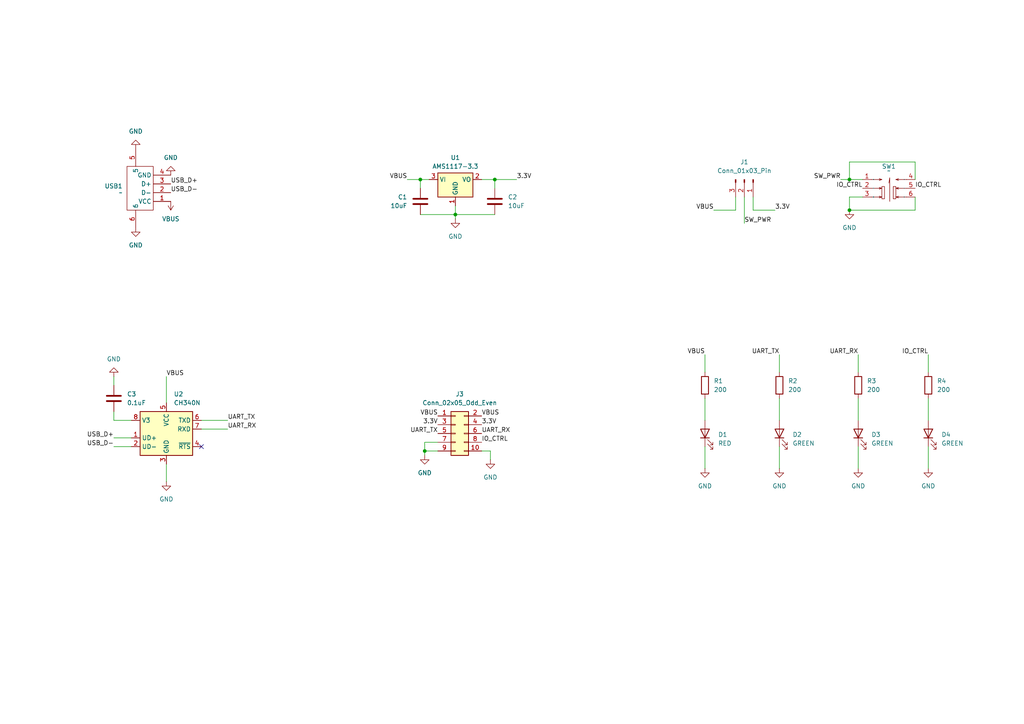
<source format=kicad_sch>
(kicad_sch
	(version 20250114)
	(generator "eeschema")
	(generator_version "9.0")
	(uuid "0cc1d6ae-ba51-4266-be1d-94f8cd5c51c4")
	(paper "A4")
	(lib_symbols
		(symbol "Connector:Conn_01x03_Pin"
			(pin_names
				(offset 1.016)
				(hide yes)
			)
			(exclude_from_sim no)
			(in_bom yes)
			(on_board yes)
			(property "Reference" "J"
				(at 0 5.08 0)
				(effects
					(font
						(size 1.27 1.27)
					)
				)
			)
			(property "Value" "Conn_01x03_Pin"
				(at 0 -5.08 0)
				(effects
					(font
						(size 1.27 1.27)
					)
				)
			)
			(property "Footprint" ""
				(at 0 0 0)
				(effects
					(font
						(size 1.27 1.27)
					)
					(hide yes)
				)
			)
			(property "Datasheet" "~"
				(at 0 0 0)
				(effects
					(font
						(size 1.27 1.27)
					)
					(hide yes)
				)
			)
			(property "Description" "Generic connector, single row, 01x03, script generated"
				(at 0 0 0)
				(effects
					(font
						(size 1.27 1.27)
					)
					(hide yes)
				)
			)
			(property "ki_locked" ""
				(at 0 0 0)
				(effects
					(font
						(size 1.27 1.27)
					)
				)
			)
			(property "ki_keywords" "connector"
				(at 0 0 0)
				(effects
					(font
						(size 1.27 1.27)
					)
					(hide yes)
				)
			)
			(property "ki_fp_filters" "Connector*:*_1x??_*"
				(at 0 0 0)
				(effects
					(font
						(size 1.27 1.27)
					)
					(hide yes)
				)
			)
			(symbol "Conn_01x03_Pin_1_1"
				(rectangle
					(start 0.8636 2.667)
					(end 0 2.413)
					(stroke
						(width 0.1524)
						(type default)
					)
					(fill
						(type outline)
					)
				)
				(rectangle
					(start 0.8636 0.127)
					(end 0 -0.127)
					(stroke
						(width 0.1524)
						(type default)
					)
					(fill
						(type outline)
					)
				)
				(rectangle
					(start 0.8636 -2.413)
					(end 0 -2.667)
					(stroke
						(width 0.1524)
						(type default)
					)
					(fill
						(type outline)
					)
				)
				(polyline
					(pts
						(xy 1.27 2.54) (xy 0.8636 2.54)
					)
					(stroke
						(width 0.1524)
						(type default)
					)
					(fill
						(type none)
					)
				)
				(polyline
					(pts
						(xy 1.27 0) (xy 0.8636 0)
					)
					(stroke
						(width 0.1524)
						(type default)
					)
					(fill
						(type none)
					)
				)
				(polyline
					(pts
						(xy 1.27 -2.54) (xy 0.8636 -2.54)
					)
					(stroke
						(width 0.1524)
						(type default)
					)
					(fill
						(type none)
					)
				)
				(pin passive line
					(at 5.08 2.54 180)
					(length 3.81)
					(name "Pin_1"
						(effects
							(font
								(size 1.27 1.27)
							)
						)
					)
					(number "1"
						(effects
							(font
								(size 1.27 1.27)
							)
						)
					)
				)
				(pin passive line
					(at 5.08 0 180)
					(length 3.81)
					(name "Pin_2"
						(effects
							(font
								(size 1.27 1.27)
							)
						)
					)
					(number "2"
						(effects
							(font
								(size 1.27 1.27)
							)
						)
					)
				)
				(pin passive line
					(at 5.08 -2.54 180)
					(length 3.81)
					(name "Pin_3"
						(effects
							(font
								(size 1.27 1.27)
							)
						)
					)
					(number "3"
						(effects
							(font
								(size 1.27 1.27)
							)
						)
					)
				)
			)
			(embedded_fonts no)
		)
		(symbol "Connector_Generic:Conn_02x05_Odd_Even"
			(pin_names
				(offset 1.016)
				(hide yes)
			)
			(exclude_from_sim no)
			(in_bom yes)
			(on_board yes)
			(property "Reference" "J"
				(at 1.27 7.62 0)
				(effects
					(font
						(size 1.27 1.27)
					)
				)
			)
			(property "Value" "Conn_02x05_Odd_Even"
				(at 1.27 -7.62 0)
				(effects
					(font
						(size 1.27 1.27)
					)
				)
			)
			(property "Footprint" ""
				(at 0 0 0)
				(effects
					(font
						(size 1.27 1.27)
					)
					(hide yes)
				)
			)
			(property "Datasheet" "~"
				(at 0 0 0)
				(effects
					(font
						(size 1.27 1.27)
					)
					(hide yes)
				)
			)
			(property "Description" "Generic connector, double row, 02x05, odd/even pin numbering scheme (row 1 odd numbers, row 2 even numbers), script generated (kicad-library-utils/schlib/autogen/connector/)"
				(at 0 0 0)
				(effects
					(font
						(size 1.27 1.27)
					)
					(hide yes)
				)
			)
			(property "ki_keywords" "connector"
				(at 0 0 0)
				(effects
					(font
						(size 1.27 1.27)
					)
					(hide yes)
				)
			)
			(property "ki_fp_filters" "Connector*:*_2x??_*"
				(at 0 0 0)
				(effects
					(font
						(size 1.27 1.27)
					)
					(hide yes)
				)
			)
			(symbol "Conn_02x05_Odd_Even_1_1"
				(rectangle
					(start -1.27 6.35)
					(end 3.81 -6.35)
					(stroke
						(width 0.254)
						(type default)
					)
					(fill
						(type background)
					)
				)
				(rectangle
					(start -1.27 5.207)
					(end 0 4.953)
					(stroke
						(width 0.1524)
						(type default)
					)
					(fill
						(type none)
					)
				)
				(rectangle
					(start -1.27 2.667)
					(end 0 2.413)
					(stroke
						(width 0.1524)
						(type default)
					)
					(fill
						(type none)
					)
				)
				(rectangle
					(start -1.27 0.127)
					(end 0 -0.127)
					(stroke
						(width 0.1524)
						(type default)
					)
					(fill
						(type none)
					)
				)
				(rectangle
					(start -1.27 -2.413)
					(end 0 -2.667)
					(stroke
						(width 0.1524)
						(type default)
					)
					(fill
						(type none)
					)
				)
				(rectangle
					(start -1.27 -4.953)
					(end 0 -5.207)
					(stroke
						(width 0.1524)
						(type default)
					)
					(fill
						(type none)
					)
				)
				(rectangle
					(start 3.81 5.207)
					(end 2.54 4.953)
					(stroke
						(width 0.1524)
						(type default)
					)
					(fill
						(type none)
					)
				)
				(rectangle
					(start 3.81 2.667)
					(end 2.54 2.413)
					(stroke
						(width 0.1524)
						(type default)
					)
					(fill
						(type none)
					)
				)
				(rectangle
					(start 3.81 0.127)
					(end 2.54 -0.127)
					(stroke
						(width 0.1524)
						(type default)
					)
					(fill
						(type none)
					)
				)
				(rectangle
					(start 3.81 -2.413)
					(end 2.54 -2.667)
					(stroke
						(width 0.1524)
						(type default)
					)
					(fill
						(type none)
					)
				)
				(rectangle
					(start 3.81 -4.953)
					(end 2.54 -5.207)
					(stroke
						(width 0.1524)
						(type default)
					)
					(fill
						(type none)
					)
				)
				(pin passive line
					(at -5.08 5.08 0)
					(length 3.81)
					(name "Pin_1"
						(effects
							(font
								(size 1.27 1.27)
							)
						)
					)
					(number "1"
						(effects
							(font
								(size 1.27 1.27)
							)
						)
					)
				)
				(pin passive line
					(at -5.08 2.54 0)
					(length 3.81)
					(name "Pin_3"
						(effects
							(font
								(size 1.27 1.27)
							)
						)
					)
					(number "3"
						(effects
							(font
								(size 1.27 1.27)
							)
						)
					)
				)
				(pin passive line
					(at -5.08 0 0)
					(length 3.81)
					(name "Pin_5"
						(effects
							(font
								(size 1.27 1.27)
							)
						)
					)
					(number "5"
						(effects
							(font
								(size 1.27 1.27)
							)
						)
					)
				)
				(pin passive line
					(at -5.08 -2.54 0)
					(length 3.81)
					(name "Pin_7"
						(effects
							(font
								(size 1.27 1.27)
							)
						)
					)
					(number "7"
						(effects
							(font
								(size 1.27 1.27)
							)
						)
					)
				)
				(pin passive line
					(at -5.08 -5.08 0)
					(length 3.81)
					(name "Pin_9"
						(effects
							(font
								(size 1.27 1.27)
							)
						)
					)
					(number "9"
						(effects
							(font
								(size 1.27 1.27)
							)
						)
					)
				)
				(pin passive line
					(at 7.62 5.08 180)
					(length 3.81)
					(name "Pin_2"
						(effects
							(font
								(size 1.27 1.27)
							)
						)
					)
					(number "2"
						(effects
							(font
								(size 1.27 1.27)
							)
						)
					)
				)
				(pin passive line
					(at 7.62 2.54 180)
					(length 3.81)
					(name "Pin_4"
						(effects
							(font
								(size 1.27 1.27)
							)
						)
					)
					(number "4"
						(effects
							(font
								(size 1.27 1.27)
							)
						)
					)
				)
				(pin passive line
					(at 7.62 0 180)
					(length 3.81)
					(name "Pin_6"
						(effects
							(font
								(size 1.27 1.27)
							)
						)
					)
					(number "6"
						(effects
							(font
								(size 1.27 1.27)
							)
						)
					)
				)
				(pin passive line
					(at 7.62 -2.54 180)
					(length 3.81)
					(name "Pin_8"
						(effects
							(font
								(size 1.27 1.27)
							)
						)
					)
					(number "8"
						(effects
							(font
								(size 1.27 1.27)
							)
						)
					)
				)
				(pin passive line
					(at 7.62 -5.08 180)
					(length 3.81)
					(name "Pin_10"
						(effects
							(font
								(size 1.27 1.27)
							)
						)
					)
					(number "10"
						(effects
							(font
								(size 1.27 1.27)
							)
						)
					)
				)
			)
			(embedded_fonts no)
		)
		(symbol "Device:C"
			(pin_numbers
				(hide yes)
			)
			(pin_names
				(offset 0.254)
			)
			(exclude_from_sim no)
			(in_bom yes)
			(on_board yes)
			(property "Reference" "C"
				(at 0.635 2.54 0)
				(effects
					(font
						(size 1.27 1.27)
					)
					(justify left)
				)
			)
			(property "Value" "C"
				(at 0.635 -2.54 0)
				(effects
					(font
						(size 1.27 1.27)
					)
					(justify left)
				)
			)
			(property "Footprint" ""
				(at 0.9652 -3.81 0)
				(effects
					(font
						(size 1.27 1.27)
					)
					(hide yes)
				)
			)
			(property "Datasheet" "~"
				(at 0 0 0)
				(effects
					(font
						(size 1.27 1.27)
					)
					(hide yes)
				)
			)
			(property "Description" "Unpolarized capacitor"
				(at 0 0 0)
				(effects
					(font
						(size 1.27 1.27)
					)
					(hide yes)
				)
			)
			(property "ki_keywords" "cap capacitor"
				(at 0 0 0)
				(effects
					(font
						(size 1.27 1.27)
					)
					(hide yes)
				)
			)
			(property "ki_fp_filters" "C_*"
				(at 0 0 0)
				(effects
					(font
						(size 1.27 1.27)
					)
					(hide yes)
				)
			)
			(symbol "C_0_1"
				(polyline
					(pts
						(xy -2.032 0.762) (xy 2.032 0.762)
					)
					(stroke
						(width 0.508)
						(type default)
					)
					(fill
						(type none)
					)
				)
				(polyline
					(pts
						(xy -2.032 -0.762) (xy 2.032 -0.762)
					)
					(stroke
						(width 0.508)
						(type default)
					)
					(fill
						(type none)
					)
				)
			)
			(symbol "C_1_1"
				(pin passive line
					(at 0 3.81 270)
					(length 2.794)
					(name "~"
						(effects
							(font
								(size 1.27 1.27)
							)
						)
					)
					(number "1"
						(effects
							(font
								(size 1.27 1.27)
							)
						)
					)
				)
				(pin passive line
					(at 0 -3.81 90)
					(length 2.794)
					(name "~"
						(effects
							(font
								(size 1.27 1.27)
							)
						)
					)
					(number "2"
						(effects
							(font
								(size 1.27 1.27)
							)
						)
					)
				)
			)
			(embedded_fonts no)
		)
		(symbol "Device:LED"
			(pin_numbers
				(hide yes)
			)
			(pin_names
				(offset 1.016)
				(hide yes)
			)
			(exclude_from_sim no)
			(in_bom yes)
			(on_board yes)
			(property "Reference" "D"
				(at 0 2.54 0)
				(effects
					(font
						(size 1.27 1.27)
					)
				)
			)
			(property "Value" "LED"
				(at 0 -2.54 0)
				(effects
					(font
						(size 1.27 1.27)
					)
				)
			)
			(property "Footprint" ""
				(at 0 0 0)
				(effects
					(font
						(size 1.27 1.27)
					)
					(hide yes)
				)
			)
			(property "Datasheet" "~"
				(at 0 0 0)
				(effects
					(font
						(size 1.27 1.27)
					)
					(hide yes)
				)
			)
			(property "Description" "Light emitting diode"
				(at 0 0 0)
				(effects
					(font
						(size 1.27 1.27)
					)
					(hide yes)
				)
			)
			(property "Sim.Pins" "1=K 2=A"
				(at 0 0 0)
				(effects
					(font
						(size 1.27 1.27)
					)
					(hide yes)
				)
			)
			(property "ki_keywords" "LED diode"
				(at 0 0 0)
				(effects
					(font
						(size 1.27 1.27)
					)
					(hide yes)
				)
			)
			(property "ki_fp_filters" "LED* LED_SMD:* LED_THT:*"
				(at 0 0 0)
				(effects
					(font
						(size 1.27 1.27)
					)
					(hide yes)
				)
			)
			(symbol "LED_0_1"
				(polyline
					(pts
						(xy -3.048 -0.762) (xy -4.572 -2.286) (xy -3.81 -2.286) (xy -4.572 -2.286) (xy -4.572 -1.524)
					)
					(stroke
						(width 0)
						(type default)
					)
					(fill
						(type none)
					)
				)
				(polyline
					(pts
						(xy -1.778 -0.762) (xy -3.302 -2.286) (xy -2.54 -2.286) (xy -3.302 -2.286) (xy -3.302 -1.524)
					)
					(stroke
						(width 0)
						(type default)
					)
					(fill
						(type none)
					)
				)
				(polyline
					(pts
						(xy -1.27 0) (xy 1.27 0)
					)
					(stroke
						(width 0)
						(type default)
					)
					(fill
						(type none)
					)
				)
				(polyline
					(pts
						(xy -1.27 -1.27) (xy -1.27 1.27)
					)
					(stroke
						(width 0.254)
						(type default)
					)
					(fill
						(type none)
					)
				)
				(polyline
					(pts
						(xy 1.27 -1.27) (xy 1.27 1.27) (xy -1.27 0) (xy 1.27 -1.27)
					)
					(stroke
						(width 0.254)
						(type default)
					)
					(fill
						(type none)
					)
				)
			)
			(symbol "LED_1_1"
				(pin passive line
					(at -3.81 0 0)
					(length 2.54)
					(name "K"
						(effects
							(font
								(size 1.27 1.27)
							)
						)
					)
					(number "1"
						(effects
							(font
								(size 1.27 1.27)
							)
						)
					)
				)
				(pin passive line
					(at 3.81 0 180)
					(length 2.54)
					(name "A"
						(effects
							(font
								(size 1.27 1.27)
							)
						)
					)
					(number "2"
						(effects
							(font
								(size 1.27 1.27)
							)
						)
					)
				)
			)
			(embedded_fonts no)
		)
		(symbol "Device:R"
			(pin_numbers
				(hide yes)
			)
			(pin_names
				(offset 0)
			)
			(exclude_from_sim no)
			(in_bom yes)
			(on_board yes)
			(property "Reference" "R"
				(at 2.032 0 90)
				(effects
					(font
						(size 1.27 1.27)
					)
				)
			)
			(property "Value" "R"
				(at 0 0 90)
				(effects
					(font
						(size 1.27 1.27)
					)
				)
			)
			(property "Footprint" ""
				(at -1.778 0 90)
				(effects
					(font
						(size 1.27 1.27)
					)
					(hide yes)
				)
			)
			(property "Datasheet" "~"
				(at 0 0 0)
				(effects
					(font
						(size 1.27 1.27)
					)
					(hide yes)
				)
			)
			(property "Description" "Resistor"
				(at 0 0 0)
				(effects
					(font
						(size 1.27 1.27)
					)
					(hide yes)
				)
			)
			(property "ki_keywords" "R res resistor"
				(at 0 0 0)
				(effects
					(font
						(size 1.27 1.27)
					)
					(hide yes)
				)
			)
			(property "ki_fp_filters" "R_*"
				(at 0 0 0)
				(effects
					(font
						(size 1.27 1.27)
					)
					(hide yes)
				)
			)
			(symbol "R_0_1"
				(rectangle
					(start -1.016 -2.54)
					(end 1.016 2.54)
					(stroke
						(width 0.254)
						(type default)
					)
					(fill
						(type none)
					)
				)
			)
			(symbol "R_1_1"
				(pin passive line
					(at 0 3.81 270)
					(length 1.27)
					(name "~"
						(effects
							(font
								(size 1.27 1.27)
							)
						)
					)
					(number "1"
						(effects
							(font
								(size 1.27 1.27)
							)
						)
					)
				)
				(pin passive line
					(at 0 -3.81 90)
					(length 1.27)
					(name "~"
						(effects
							(font
								(size 1.27 1.27)
							)
						)
					)
					(number "2"
						(effects
							(font
								(size 1.27 1.27)
							)
						)
					)
				)
			)
			(embedded_fonts no)
		)
		(symbol "Interface_USB:CH340N"
			(exclude_from_sim no)
			(in_bom yes)
			(on_board yes)
			(property "Reference" "U"
				(at -7.62 6.35 0)
				(effects
					(font
						(size 1.27 1.27)
					)
					(justify left)
				)
			)
			(property "Value" "CH340N"
				(at 7.62 6.35 0)
				(effects
					(font
						(size 1.27 1.27)
					)
					(justify right)
				)
			)
			(property "Footprint" "Package_SO:SOP-8_3.9x4.9mm_P1.27mm"
				(at -3.81 19.05 0)
				(effects
					(font
						(size 1.27 1.27)
					)
					(hide yes)
				)
			)
			(property "Datasheet" "https://aitendo3.sakura.ne.jp/aitendo_data/product_img/ic/inteface/CH340N/ch340n.pdf"
				(at -2.54 5.08 0)
				(effects
					(font
						(size 1.27 1.27)
					)
					(hide yes)
				)
			)
			(property "Description" "USB serial converter, 2Mbps, UART, SOP-8"
				(at 0 0 0)
				(effects
					(font
						(size 1.27 1.27)
					)
					(hide yes)
				)
			)
			(property "ki_keywords" "USB UART Serial Converter Interface"
				(at 0 0 0)
				(effects
					(font
						(size 1.27 1.27)
					)
					(hide yes)
				)
			)
			(property "ki_fp_filters" "SOP*3.9x4.9mm*P1.27mm*"
				(at 0 0 0)
				(effects
					(font
						(size 1.27 1.27)
					)
					(hide yes)
				)
			)
			(symbol "CH340N_0_1"
				(rectangle
					(start -7.62 5.08)
					(end 7.62 -7.62)
					(stroke
						(width 0.254)
						(type default)
					)
					(fill
						(type background)
					)
				)
			)
			(symbol "CH340N_1_1"
				(pin passive line
					(at -10.16 2.54 0)
					(length 2.54)
					(name "V3"
						(effects
							(font
								(size 1.27 1.27)
							)
						)
					)
					(number "8"
						(effects
							(font
								(size 1.27 1.27)
							)
						)
					)
				)
				(pin bidirectional line
					(at -10.16 -2.54 0)
					(length 2.54)
					(name "UD+"
						(effects
							(font
								(size 1.27 1.27)
							)
						)
					)
					(number "1"
						(effects
							(font
								(size 1.27 1.27)
							)
						)
					)
				)
				(pin bidirectional line
					(at -10.16 -5.08 0)
					(length 2.54)
					(name "UD-"
						(effects
							(font
								(size 1.27 1.27)
							)
						)
					)
					(number "2"
						(effects
							(font
								(size 1.27 1.27)
							)
						)
					)
				)
				(pin power_in line
					(at 0 7.62 270)
					(length 2.54)
					(name "VCC"
						(effects
							(font
								(size 1.27 1.27)
							)
						)
					)
					(number "5"
						(effects
							(font
								(size 1.27 1.27)
							)
						)
					)
				)
				(pin power_in line
					(at 0 -10.16 90)
					(length 2.54)
					(name "GND"
						(effects
							(font
								(size 1.27 1.27)
							)
						)
					)
					(number "3"
						(effects
							(font
								(size 1.27 1.27)
							)
						)
					)
				)
				(pin output line
					(at 10.16 2.54 180)
					(length 2.54)
					(name "TXD"
						(effects
							(font
								(size 1.27 1.27)
							)
						)
					)
					(number "6"
						(effects
							(font
								(size 1.27 1.27)
							)
						)
					)
				)
				(pin input line
					(at 10.16 0 180)
					(length 2.54)
					(name "RXD"
						(effects
							(font
								(size 1.27 1.27)
							)
						)
					)
					(number "7"
						(effects
							(font
								(size 1.27 1.27)
							)
						)
					)
				)
				(pin output line
					(at 10.16 -5.08 180)
					(length 2.54)
					(name "~{RTS}"
						(effects
							(font
								(size 1.27 1.27)
							)
						)
					)
					(number "4"
						(effects
							(font
								(size 1.27 1.27)
							)
						)
					)
				)
			)
			(embedded_fonts no)
		)
		(symbol "Regulator_Linear:AMS1117-3.3"
			(exclude_from_sim no)
			(in_bom yes)
			(on_board yes)
			(property "Reference" "U"
				(at -3.81 3.175 0)
				(effects
					(font
						(size 1.27 1.27)
					)
				)
			)
			(property "Value" "AMS1117-3.3"
				(at 0 3.175 0)
				(effects
					(font
						(size 1.27 1.27)
					)
					(justify left)
				)
			)
			(property "Footprint" "Package_TO_SOT_SMD:SOT-223-3_TabPin2"
				(at 0 5.08 0)
				(effects
					(font
						(size 1.27 1.27)
					)
					(hide yes)
				)
			)
			(property "Datasheet" "http://www.advanced-monolithic.com/pdf/ds1117.pdf"
				(at 2.54 -6.35 0)
				(effects
					(font
						(size 1.27 1.27)
					)
					(hide yes)
				)
			)
			(property "Description" "1A Low Dropout regulator, positive, 3.3V fixed output, SOT-223"
				(at 0 0 0)
				(effects
					(font
						(size 1.27 1.27)
					)
					(hide yes)
				)
			)
			(property "ki_keywords" "linear regulator ldo fixed positive"
				(at 0 0 0)
				(effects
					(font
						(size 1.27 1.27)
					)
					(hide yes)
				)
			)
			(property "ki_fp_filters" "SOT?223*TabPin2*"
				(at 0 0 0)
				(effects
					(font
						(size 1.27 1.27)
					)
					(hide yes)
				)
			)
			(symbol "AMS1117-3.3_0_1"
				(rectangle
					(start -5.08 -5.08)
					(end 5.08 1.905)
					(stroke
						(width 0.254)
						(type default)
					)
					(fill
						(type background)
					)
				)
			)
			(symbol "AMS1117-3.3_1_1"
				(pin power_in line
					(at -7.62 0 0)
					(length 2.54)
					(name "VI"
						(effects
							(font
								(size 1.27 1.27)
							)
						)
					)
					(number "3"
						(effects
							(font
								(size 1.27 1.27)
							)
						)
					)
				)
				(pin power_in line
					(at 0 -7.62 90)
					(length 2.54)
					(name "GND"
						(effects
							(font
								(size 1.27 1.27)
							)
						)
					)
					(number "1"
						(effects
							(font
								(size 1.27 1.27)
							)
						)
					)
				)
				(pin power_out line
					(at 7.62 0 180)
					(length 2.54)
					(name "VO"
						(effects
							(font
								(size 1.27 1.27)
							)
						)
					)
					(number "2"
						(effects
							(font
								(size 1.27 1.27)
							)
						)
					)
				)
			)
			(embedded_fonts no)
		)
		(symbol "power:GND"
			(power)
			(pin_numbers
				(hide yes)
			)
			(pin_names
				(offset 0)
				(hide yes)
			)
			(exclude_from_sim no)
			(in_bom yes)
			(on_board yes)
			(property "Reference" "#PWR"
				(at 0 -6.35 0)
				(effects
					(font
						(size 1.27 1.27)
					)
					(hide yes)
				)
			)
			(property "Value" "GND"
				(at 0 -3.81 0)
				(effects
					(font
						(size 1.27 1.27)
					)
				)
			)
			(property "Footprint" ""
				(at 0 0 0)
				(effects
					(font
						(size 1.27 1.27)
					)
					(hide yes)
				)
			)
			(property "Datasheet" ""
				(at 0 0 0)
				(effects
					(font
						(size 1.27 1.27)
					)
					(hide yes)
				)
			)
			(property "Description" "Power symbol creates a global label with name \"GND\" , ground"
				(at 0 0 0)
				(effects
					(font
						(size 1.27 1.27)
					)
					(hide yes)
				)
			)
			(property "ki_keywords" "global power"
				(at 0 0 0)
				(effects
					(font
						(size 1.27 1.27)
					)
					(hide yes)
				)
			)
			(symbol "GND_0_1"
				(polyline
					(pts
						(xy 0 0) (xy 0 -1.27) (xy 1.27 -1.27) (xy 0 -2.54) (xy -1.27 -1.27) (xy 0 -1.27)
					)
					(stroke
						(width 0)
						(type default)
					)
					(fill
						(type none)
					)
				)
			)
			(symbol "GND_1_1"
				(pin power_in line
					(at 0 0 270)
					(length 0)
					(name "~"
						(effects
							(font
								(size 1.27 1.27)
							)
						)
					)
					(number "1"
						(effects
							(font
								(size 1.27 1.27)
							)
						)
					)
				)
			)
			(embedded_fonts no)
		)
		(symbol "power:VBUS"
			(power)
			(pin_numbers
				(hide yes)
			)
			(pin_names
				(offset 0)
				(hide yes)
			)
			(exclude_from_sim no)
			(in_bom yes)
			(on_board yes)
			(property "Reference" "#PWR"
				(at 0 -3.81 0)
				(effects
					(font
						(size 1.27 1.27)
					)
					(hide yes)
				)
			)
			(property "Value" "VBUS"
				(at 0 3.556 0)
				(effects
					(font
						(size 1.27 1.27)
					)
				)
			)
			(property "Footprint" ""
				(at 0 0 0)
				(effects
					(font
						(size 1.27 1.27)
					)
					(hide yes)
				)
			)
			(property "Datasheet" ""
				(at 0 0 0)
				(effects
					(font
						(size 1.27 1.27)
					)
					(hide yes)
				)
			)
			(property "Description" "Power symbol creates a global label with name \"VBUS\""
				(at 0 0 0)
				(effects
					(font
						(size 1.27 1.27)
					)
					(hide yes)
				)
			)
			(property "ki_keywords" "global power"
				(at 0 0 0)
				(effects
					(font
						(size 1.27 1.27)
					)
					(hide yes)
				)
			)
			(symbol "VBUS_0_1"
				(polyline
					(pts
						(xy -0.762 1.27) (xy 0 2.54)
					)
					(stroke
						(width 0)
						(type default)
					)
					(fill
						(type none)
					)
				)
				(polyline
					(pts
						(xy 0 2.54) (xy 0.762 1.27)
					)
					(stroke
						(width 0)
						(type default)
					)
					(fill
						(type none)
					)
				)
				(polyline
					(pts
						(xy 0 0) (xy 0 2.54)
					)
					(stroke
						(width 0)
						(type default)
					)
					(fill
						(type none)
					)
				)
			)
			(symbol "VBUS_1_1"
				(pin power_in line
					(at 0 0 90)
					(length 0)
					(name "~"
						(effects
							(font
								(size 1.27 1.27)
							)
						)
					)
					(number "1"
						(effects
							(font
								(size 1.27 1.27)
							)
						)
					)
				)
			)
			(embedded_fonts no)
		)
		(symbol "uart_tool:U217-04XN-XXR84"
			(exclude_from_sim no)
			(in_bom yes)
			(on_board yes)
			(property "Reference" "USB"
				(at 1.524 -9.398 0)
				(effects
					(font
						(size 1.27 1.27)
					)
				)
			)
			(property "Value" ""
				(at 0 0 0)
				(effects
					(font
						(size 1.27 1.27)
					)
				)
			)
			(property "Footprint" "uart_tool:USB-A-SMD_U217-041N-4BV81"
				(at 0 0 0)
				(effects
					(font
						(size 1.27 1.27)
					)
					(hide yes)
				)
			)
			(property "Datasheet" ""
				(at 0 0 0)
				(effects
					(font
						(size 1.27 1.27)
					)
					(hide yes)
				)
			)
			(property "Description" ""
				(at 0 0 0)
				(effects
					(font
						(size 1.27 1.27)
					)
					(hide yes)
				)
			)
			(property "Manufacturer Part" ""
				(at 0 0 0)
				(effects
					(font
						(size 1.27 1.27)
					)
					(hide yes)
				)
			)
			(property "Manufacturer" ""
				(at 0 0 0)
				(effects
					(font
						(size 1.27 1.27)
					)
					(hide yes)
				)
			)
			(property "Supplier Part" ""
				(at -6.35 2.54 0)
				(effects
					(font
						(size 1.27 1.27)
					)
					(hide yes)
				)
			)
			(property "Supplier" ""
				(at -14.732 2.794 0)
				(effects
					(font
						(size 1.27 1.27)
					)
					(hide yes)
				)
			)
			(property "LCSC Part Name" ""
				(at -11.684 3.048 0)
				(effects
					(font
						(size 1.27 1.27)
					)
					(hide yes)
				)
			)
			(symbol "U217-04XN-XXR84_1_0"
				(rectangle
					(start -5.08 -7.62)
					(end 7.62 0)
					(stroke
						(width 0)
						(type default)
					)
					(fill
						(type none)
					)
				)
				(pin power_out line
					(at -10.16 -5.08 0)
					(length 5.08)
					(name "5"
						(effects
							(font
								(size 1.27 1.27)
							)
						)
					)
					(number "5"
						(effects
							(font
								(size 1.27 1.27)
							)
						)
					)
				)
				(pin power_out line
					(at -2.54 5.08 270)
					(length 5.08)
					(name "GND"
						(effects
							(font
								(size 1.27 1.27)
							)
						)
					)
					(number "4"
						(effects
							(font
								(size 1.27 1.27)
							)
						)
					)
				)
				(pin output line
					(at 0 5.08 270)
					(length 5.08)
					(name "D+"
						(effects
							(font
								(size 1.27 1.27)
							)
						)
					)
					(number "3"
						(effects
							(font
								(size 1.27 1.27)
							)
						)
					)
				)
				(pin output line
					(at 2.54 5.08 270)
					(length 5.08)
					(name "D-"
						(effects
							(font
								(size 1.27 1.27)
							)
						)
					)
					(number "2"
						(effects
							(font
								(size 1.27 1.27)
							)
						)
					)
				)
				(pin power_out line
					(at 5.08 5.08 270)
					(length 5.08)
					(name "VCC"
						(effects
							(font
								(size 1.27 1.27)
							)
						)
					)
					(number "1"
						(effects
							(font
								(size 1.27 1.27)
							)
						)
					)
				)
				(pin power_out line
					(at 12.7 -5.08 180)
					(length 5.08)
					(name "6"
						(effects
							(font
								(size 1.27 1.27)
							)
						)
					)
					(number "6"
						(effects
							(font
								(size 1.27 1.27)
							)
						)
					)
				)
			)
			(embedded_fonts no)
		)
		(symbol "uart_tool:XKB7070-Z"
			(exclude_from_sim no)
			(in_bom yes)
			(on_board yes)
			(property "Reference" "SW"
				(at 0 -5.334 0)
				(effects
					(font
						(size 1.27 1.27)
					)
				)
			)
			(property "Value" ""
				(at 0 0 0)
				(effects
					(font
						(size 1.27 1.27)
					)
				)
			)
			(property "Footprint" "uart_tool:SW-TH_6P-L7.0-W7.0-P2.00"
				(at 0 0 0)
				(effects
					(font
						(size 1.27 1.27)
					)
					(hide yes)
				)
			)
			(property "Datasheet" ""
				(at 0 0 0)
				(effects
					(font
						(size 1.27 1.27)
					)
					(hide yes)
				)
			)
			(property "Description" ""
				(at 0 0 0)
				(effects
					(font
						(size 1.27 1.27)
					)
					(hide yes)
				)
			)
			(property "Manufacturer Part" ""
				(at 0 0 0)
				(effects
					(font
						(size 1.27 1.27)
					)
					(hide yes)
				)
			)
			(property "Manufacturer" ""
				(at 0.762 -12.954 0)
				(effects
					(font
						(size 1.27 1.27)
					)
					(hide yes)
				)
			)
			(property "Supplier Part" ""
				(at -1.016 -8.89 0)
				(effects
					(font
						(size 1.27 1.27)
					)
					(hide yes)
				)
			)
			(property "Supplier" ""
				(at -12.446 -8.89 0)
				(effects
					(font
						(size 1.27 1.27)
					)
					(hide yes)
				)
			)
			(property "LCSC Part Name" ""
				(at 0 0 0)
				(effects
					(font
						(size 1.27 1.27)
					)
					(hide yes)
				)
			)
			(symbol "XKB7070-Z_1_0"
				(polyline
					(pts
						(xy -5.08 2.54) (xy -2.032 2.54) (xy -2.032 2.54) (xy -2.794 2.286)
					)
					(stroke
						(width 0)
						(type default)
					)
					(fill
						(type none)
					)
				)
				(polyline
					(pts
						(xy -5.08 0) (xy -2.032 0) (xy -2.032 0) (xy -2.794 -0.254)
					)
					(stroke
						(width 0)
						(type default)
					)
					(fill
						(type none)
					)
				)
				(polyline
					(pts
						(xy -5.08 -2.54) (xy -2.032 -2.54) (xy -2.032 -2.54) (xy -2.794 -2.794)
					)
					(stroke
						(width 0)
						(type default)
					)
					(fill
						(type none)
					)
				)
				(polyline
					(pts
						(xy -2.032 2.54) (xy -2.794 2.794)
					)
					(stroke
						(width 0)
						(type default)
					)
					(fill
						(type none)
					)
				)
				(polyline
					(pts
						(xy -2.032 0) (xy -2.794 0.254)
					)
					(stroke
						(width 0)
						(type default)
					)
					(fill
						(type none)
					)
				)
				(polyline
					(pts
						(xy -2.032 -2.54) (xy -2.794 -2.286)
					)
					(stroke
						(width 0)
						(type default)
					)
					(fill
						(type none)
					)
				)
				(rectangle
					(start -2.032 -3.048)
					(end -1.27 0.508)
					(stroke
						(width 0)
						(type default)
					)
					(fill
						(type none)
					)
				)
				(polyline
					(pts
						(xy 0.254 -3.81) (xy 0.254 3.048) (xy 0.254 3.048) (xy 0 1.524)
					)
					(stroke
						(width 0)
						(type default)
					)
					(fill
						(type none)
					)
				)
				(rectangle
					(start 1.27 -3.048)
					(end 2.032 0.508)
					(stroke
						(width 0)
						(type default)
					)
					(fill
						(type none)
					)
				)
				(polyline
					(pts
						(xy 2.032 2.54) (xy 2.794 2.794)
					)
					(stroke
						(width 0)
						(type default)
					)
					(fill
						(type none)
					)
				)
				(polyline
					(pts
						(xy 2.032 0) (xy 2.794 0.254)
					)
					(stroke
						(width 0)
						(type default)
					)
					(fill
						(type none)
					)
				)
				(polyline
					(pts
						(xy 2.032 -2.54) (xy 2.794 -2.286)
					)
					(stroke
						(width 0)
						(type default)
					)
					(fill
						(type none)
					)
				)
				(polyline
					(pts
						(xy 5.08 2.54) (xy 2.032 2.54) (xy 2.032 2.54) (xy 2.794 2.286)
					)
					(stroke
						(width 0)
						(type default)
					)
					(fill
						(type none)
					)
				)
				(polyline
					(pts
						(xy 5.08 0) (xy 2.032 0) (xy 2.032 0) (xy 2.794 -0.254)
					)
					(stroke
						(width 0)
						(type default)
					)
					(fill
						(type none)
					)
				)
				(polyline
					(pts
						(xy 5.08 -2.54) (xy 2.032 -2.54) (xy 2.032 -2.54) (xy 2.794 -2.794)
					)
					(stroke
						(width 0)
						(type default)
					)
					(fill
						(type none)
					)
				)
				(pin passive line
					(at -7.62 2.54 0)
					(length 2.54)
					(name "1"
						(effects
							(font
								(size 0.0254 0.0254)
							)
						)
					)
					(number "1"
						(effects
							(font
								(size 1.27 1.27)
							)
						)
					)
				)
				(pin passive line
					(at -7.62 0 0)
					(length 2.54)
					(name "2"
						(effects
							(font
								(size 0.0254 0.0254)
							)
						)
					)
					(number "2"
						(effects
							(font
								(size 1.27 1.27)
							)
						)
					)
				)
				(pin passive line
					(at -7.62 -2.54 0)
					(length 2.54)
					(name "3"
						(effects
							(font
								(size 0.0254 0.0254)
							)
						)
					)
					(number "3"
						(effects
							(font
								(size 1.27 1.27)
							)
						)
					)
				)
				(pin passive line
					(at 7.62 2.54 180)
					(length 2.54)
					(name "4"
						(effects
							(font
								(size 0.0254 0.0254)
							)
						)
					)
					(number "4"
						(effects
							(font
								(size 1.27 1.27)
							)
						)
					)
				)
				(pin passive line
					(at 7.62 0 180)
					(length 2.54)
					(name "5"
						(effects
							(font
								(size 0.0254 0.0254)
							)
						)
					)
					(number "5"
						(effects
							(font
								(size 1.27 1.27)
							)
						)
					)
				)
				(pin passive line
					(at 7.62 -2.54 180)
					(length 2.54)
					(name "6"
						(effects
							(font
								(size 0.0254 0.0254)
							)
						)
					)
					(number "6"
						(effects
							(font
								(size 1.27 1.27)
							)
						)
					)
				)
			)
			(embedded_fonts no)
		)
	)
	(junction
		(at 246.38 60.96)
		(diameter 0)
		(color 0 0 0 0)
		(uuid "249b6503-7f3f-44f0-9f68-6efe8e5828a8")
	)
	(junction
		(at 143.51 52.07)
		(diameter 0)
		(color 0 0 0 0)
		(uuid "38a687a8-eb84-425a-82c7-62ee0e21e678")
	)
	(junction
		(at 246.38 52.07)
		(diameter 0)
		(color 0 0 0 0)
		(uuid "8ef23f2f-828b-41e6-887a-ccf9385c4a6c")
	)
	(junction
		(at 121.92 52.07)
		(diameter 0)
		(color 0 0 0 0)
		(uuid "ac87075f-0fae-4a84-b4e6-bd41f0f4d24a")
	)
	(junction
		(at 123.19 130.81)
		(diameter 0)
		(color 0 0 0 0)
		(uuid "c8a94276-16bd-46eb-aef1-f5f727b3addc")
	)
	(junction
		(at 132.08 62.23)
		(diameter 0)
		(color 0 0 0 0)
		(uuid "e5402582-1219-4d31-a2fa-52194aef453e")
	)
	(no_connect
		(at 58.42 129.54)
		(uuid "e164033d-1970-48b6-918e-244d7e95ad01")
	)
	(wire
		(pts
			(xy 226.06 115.57) (xy 226.06 121.92)
		)
		(stroke
			(width 0)
			(type default)
		)
		(uuid "03b0888e-d239-489c-8132-18fb2798caa5")
	)
	(wire
		(pts
			(xy 38.1 121.92) (xy 33.02 121.92)
		)
		(stroke
			(width 0)
			(type default)
		)
		(uuid "0a44af40-8dc3-491a-b024-86ac53393852")
	)
	(wire
		(pts
			(xy 33.02 129.54) (xy 38.1 129.54)
		)
		(stroke
			(width 0)
			(type default)
		)
		(uuid "0bc8e0cd-57b0-49c9-b28b-7e53658fe9ac")
	)
	(wire
		(pts
			(xy 218.44 60.96) (xy 224.79 60.96)
		)
		(stroke
			(width 0)
			(type default)
		)
		(uuid "0e434596-4bee-49f1-bc41-bcfdbd2d1b4a")
	)
	(wire
		(pts
			(xy 250.19 57.15) (xy 246.38 57.15)
		)
		(stroke
			(width 0)
			(type default)
		)
		(uuid "12c57149-4f80-4719-98e5-9a6794be8abf")
	)
	(wire
		(pts
			(xy 33.02 109.22) (xy 33.02 111.76)
		)
		(stroke
			(width 0)
			(type default)
		)
		(uuid "1960e94e-db97-4b0d-a613-27a544f6c9d5")
	)
	(wire
		(pts
			(xy 207.01 60.96) (xy 213.36 60.96)
		)
		(stroke
			(width 0)
			(type default)
		)
		(uuid "233652b0-db92-41f5-a979-ee04e6da823f")
	)
	(wire
		(pts
			(xy 269.24 115.57) (xy 269.24 121.92)
		)
		(stroke
			(width 0)
			(type default)
		)
		(uuid "272c2f50-2a99-41c0-9ec2-20133e30f11b")
	)
	(wire
		(pts
			(xy 121.92 62.23) (xy 132.08 62.23)
		)
		(stroke
			(width 0)
			(type default)
		)
		(uuid "2bdec05d-3ea5-47e5-91ee-a5733d10dce2")
	)
	(wire
		(pts
			(xy 246.38 57.15) (xy 246.38 60.96)
		)
		(stroke
			(width 0)
			(type default)
		)
		(uuid "2f1a2b82-3cde-4f0a-bbd2-cfd29df54c18")
	)
	(wire
		(pts
			(xy 204.47 102.87) (xy 204.47 107.95)
		)
		(stroke
			(width 0)
			(type default)
		)
		(uuid "30e19846-5b94-4881-a5df-660e735ac9b9")
	)
	(wire
		(pts
			(xy 142.24 130.81) (xy 142.24 133.35)
		)
		(stroke
			(width 0)
			(type default)
		)
		(uuid "322a5b4f-ba75-4ae8-a01e-352247753b40")
	)
	(wire
		(pts
			(xy 246.38 52.07) (xy 250.19 52.07)
		)
		(stroke
			(width 0)
			(type default)
		)
		(uuid "32cf7c1f-5145-4430-888e-6806aacf3a4f")
	)
	(wire
		(pts
			(xy 121.92 52.07) (xy 124.46 52.07)
		)
		(stroke
			(width 0)
			(type default)
		)
		(uuid "36871ecb-d5c4-41ff-bac3-bde13b3553fe")
	)
	(wire
		(pts
			(xy 243.84 52.07) (xy 246.38 52.07)
		)
		(stroke
			(width 0)
			(type default)
		)
		(uuid "3979444f-c2eb-4171-bcc3-303d8a5c03b1")
	)
	(wire
		(pts
			(xy 121.92 52.07) (xy 121.92 54.61)
		)
		(stroke
			(width 0)
			(type default)
		)
		(uuid "3a5e0b22-d502-4aa2-b24f-408440d2d9f7")
	)
	(wire
		(pts
			(xy 226.06 102.87) (xy 226.06 107.95)
		)
		(stroke
			(width 0)
			(type default)
		)
		(uuid "46687821-0111-4ec8-8ddf-da018b410570")
	)
	(wire
		(pts
			(xy 143.51 52.07) (xy 143.51 54.61)
		)
		(stroke
			(width 0)
			(type default)
		)
		(uuid "46ab7a49-6073-46c3-b31c-82e6e975a0af")
	)
	(wire
		(pts
			(xy 132.08 62.23) (xy 132.08 63.5)
		)
		(stroke
			(width 0)
			(type default)
		)
		(uuid "492aa396-d5d7-42a3-b2d9-769764488165")
	)
	(wire
		(pts
			(xy 248.92 129.54) (xy 248.92 135.89)
		)
		(stroke
			(width 0)
			(type default)
		)
		(uuid "54087bce-af4b-43b0-8210-6d788e2f52ef")
	)
	(wire
		(pts
			(xy 132.08 62.23) (xy 143.51 62.23)
		)
		(stroke
			(width 0)
			(type default)
		)
		(uuid "614a067d-77b0-430b-aa97-2dbcd1f41569")
	)
	(wire
		(pts
			(xy 143.51 52.07) (xy 149.86 52.07)
		)
		(stroke
			(width 0)
			(type default)
		)
		(uuid "66722b59-515a-475d-a62a-92d40f74b543")
	)
	(wire
		(pts
			(xy 204.47 129.54) (xy 204.47 135.89)
		)
		(stroke
			(width 0)
			(type default)
		)
		(uuid "740decf7-0655-4176-be32-3c4d197e98d6")
	)
	(wire
		(pts
			(xy 123.19 130.81) (xy 123.19 132.08)
		)
		(stroke
			(width 0)
			(type default)
		)
		(uuid "767e7fa1-7ffe-4c72-8182-b4b3769c7d60")
	)
	(wire
		(pts
			(xy 48.26 109.22) (xy 48.26 116.84)
		)
		(stroke
			(width 0)
			(type default)
		)
		(uuid "7955fdb2-b73f-45cc-98ec-4b8836fe3aab")
	)
	(wire
		(pts
			(xy 218.44 57.15) (xy 218.44 60.96)
		)
		(stroke
			(width 0)
			(type default)
		)
		(uuid "7cd1cfd7-8016-4783-b2f7-1a455cbef042")
	)
	(wire
		(pts
			(xy 226.06 129.54) (xy 226.06 135.89)
		)
		(stroke
			(width 0)
			(type default)
		)
		(uuid "7efc0f5f-cf0f-4015-abff-c3005e0eee2f")
	)
	(wire
		(pts
			(xy 132.08 59.69) (xy 132.08 62.23)
		)
		(stroke
			(width 0)
			(type default)
		)
		(uuid "81421ff2-36b6-4054-a8b4-913d200bda59")
	)
	(wire
		(pts
			(xy 33.02 119.38) (xy 33.02 121.92)
		)
		(stroke
			(width 0)
			(type default)
		)
		(uuid "928c52f3-6cac-4207-b286-519d1971741a")
	)
	(wire
		(pts
			(xy 58.42 124.46) (xy 66.04 124.46)
		)
		(stroke
			(width 0)
			(type default)
		)
		(uuid "932d0bda-01e6-47f9-904d-22683d5db508")
	)
	(wire
		(pts
			(xy 123.19 128.27) (xy 123.19 130.81)
		)
		(stroke
			(width 0)
			(type default)
		)
		(uuid "9458a5b2-34ce-479c-8f87-3d03ce0b7eb3")
	)
	(wire
		(pts
			(xy 265.43 52.07) (xy 265.43 46.99)
		)
		(stroke
			(width 0)
			(type default)
		)
		(uuid "9e1ad28e-5459-45e8-97aa-d20519590653")
	)
	(wire
		(pts
			(xy 213.36 57.15) (xy 213.36 60.96)
		)
		(stroke
			(width 0)
			(type default)
		)
		(uuid "9f02a552-9443-45f3-8180-1896e098716b")
	)
	(wire
		(pts
			(xy 33.02 127) (xy 38.1 127)
		)
		(stroke
			(width 0)
			(type default)
		)
		(uuid "ad55f653-b683-4671-b7d9-6a0a26d8bd3e")
	)
	(wire
		(pts
			(xy 139.7 130.81) (xy 142.24 130.81)
		)
		(stroke
			(width 0)
			(type default)
		)
		(uuid "afeb81f4-a915-4746-a080-825865e5b69a")
	)
	(wire
		(pts
			(xy 248.92 102.87) (xy 248.92 107.95)
		)
		(stroke
			(width 0)
			(type default)
		)
		(uuid "b1628c79-07d7-4e99-8517-086268637202")
	)
	(wire
		(pts
			(xy 118.11 52.07) (xy 121.92 52.07)
		)
		(stroke
			(width 0)
			(type default)
		)
		(uuid "b76dc47e-e1db-4bbd-bc28-7f8c83b24fe4")
	)
	(wire
		(pts
			(xy 48.26 134.62) (xy 48.26 139.7)
		)
		(stroke
			(width 0)
			(type default)
		)
		(uuid "b8ed3f74-90f2-4828-9fb6-d394220e35e4")
	)
	(wire
		(pts
			(xy 246.38 46.99) (xy 246.38 52.07)
		)
		(stroke
			(width 0)
			(type default)
		)
		(uuid "b97dee5d-26cf-47b5-9fb7-1e14422a62e9")
	)
	(wire
		(pts
			(xy 269.24 102.87) (xy 269.24 107.95)
		)
		(stroke
			(width 0)
			(type default)
		)
		(uuid "c00139db-55b7-4e7b-b44f-3f9d6ef3cff5")
	)
	(wire
		(pts
			(xy 269.24 129.54) (xy 269.24 135.89)
		)
		(stroke
			(width 0)
			(type default)
		)
		(uuid "c20cbdc7-0ad3-4d22-a668-d4eb0dd272f7")
	)
	(wire
		(pts
			(xy 127 128.27) (xy 123.19 128.27)
		)
		(stroke
			(width 0)
			(type default)
		)
		(uuid "c5fd9644-e22f-49b2-8fe6-9841820a9be7")
	)
	(wire
		(pts
			(xy 204.47 115.57) (xy 204.47 121.92)
		)
		(stroke
			(width 0)
			(type default)
		)
		(uuid "c70105e4-7783-40f3-bfdd-982bb084a4a1")
	)
	(wire
		(pts
			(xy 215.9 57.15) (xy 215.9 64.77)
		)
		(stroke
			(width 0)
			(type default)
		)
		(uuid "ca240f67-3e93-412c-9c41-433f3025aaab")
	)
	(wire
		(pts
			(xy 139.7 52.07) (xy 143.51 52.07)
		)
		(stroke
			(width 0)
			(type default)
		)
		(uuid "d23542d7-c3f2-4197-86db-4b565b383fbb")
	)
	(wire
		(pts
			(xy 265.43 57.15) (xy 265.43 60.96)
		)
		(stroke
			(width 0)
			(type default)
		)
		(uuid "d4e275c1-d774-4ae9-8637-087ac8304617")
	)
	(wire
		(pts
			(xy 123.19 130.81) (xy 127 130.81)
		)
		(stroke
			(width 0)
			(type default)
		)
		(uuid "d5dfbde8-0bda-4b45-b87c-d09aa0c70dfb")
	)
	(wire
		(pts
			(xy 265.43 46.99) (xy 246.38 46.99)
		)
		(stroke
			(width 0)
			(type default)
		)
		(uuid "d96db2aa-6e26-4abb-aa89-f9f73741f5ee")
	)
	(wire
		(pts
			(xy 246.38 60.96) (xy 265.43 60.96)
		)
		(stroke
			(width 0)
			(type default)
		)
		(uuid "e88667e5-6293-4eb8-9832-0303b72490c6")
	)
	(wire
		(pts
			(xy 248.92 115.57) (xy 248.92 121.92)
		)
		(stroke
			(width 0)
			(type default)
		)
		(uuid "f25652e9-a21c-4407-abe3-cab16fa397c2")
	)
	(wire
		(pts
			(xy 58.42 121.92) (xy 66.04 121.92)
		)
		(stroke
			(width 0)
			(type default)
		)
		(uuid "f6a15801-634b-46f6-82e1-9f8954159da1")
	)
	(label "VBUS"
		(at 139.7 120.65 0)
		(effects
			(font
				(size 1.27 1.27)
			)
			(justify left bottom)
		)
		(uuid "0009ca9e-1e2f-4eb3-933d-011fccc44d6b")
	)
	(label "USB_D+"
		(at 49.53 53.34 0)
		(effects
			(font
				(size 1.27 1.27)
			)
			(justify left bottom)
		)
		(uuid "071f0e2b-a661-4859-a469-17dcab54e989")
	)
	(label "UART_TX"
		(at 127 125.73 180)
		(effects
			(font
				(size 1.27 1.27)
			)
			(justify right bottom)
		)
		(uuid "0a347e27-b0ac-45ce-8d4d-a049a2bf2afe")
	)
	(label "3.3V"
		(at 127 123.19 180)
		(effects
			(font
				(size 1.27 1.27)
			)
			(justify right bottom)
		)
		(uuid "16c92615-896f-4767-ab0d-42822748ae6a")
	)
	(label "3.3V"
		(at 149.86 52.07 0)
		(effects
			(font
				(size 1.27 1.27)
			)
			(justify left bottom)
		)
		(uuid "236abff6-f62a-4a8b-9066-bccb6a204c53")
	)
	(label "IO_CTRL"
		(at 265.43 54.61 0)
		(effects
			(font
				(size 1.27 1.27)
			)
			(justify left bottom)
		)
		(uuid "29d4452d-1156-401f-b8f7-4aa9801c03cc")
	)
	(label "VBUS"
		(at 207.01 60.96 180)
		(effects
			(font
				(size 1.27 1.27)
			)
			(justify right bottom)
		)
		(uuid "3c8b2606-c127-4d4d-bafd-31c95e0fc41f")
	)
	(label "UART_RX"
		(at 66.04 124.46 0)
		(effects
			(font
				(size 1.27 1.27)
			)
			(justify left bottom)
		)
		(uuid "3e4503cc-490f-4f8c-b5cb-dfc4558935a2")
	)
	(label "UART_RX"
		(at 139.7 125.73 0)
		(effects
			(font
				(size 1.27 1.27)
			)
			(justify left bottom)
		)
		(uuid "43880c57-4b46-4d12-b1d3-a399c4ea20f0")
	)
	(label "VBUS"
		(at 127 120.65 180)
		(effects
			(font
				(size 1.27 1.27)
			)
			(justify right bottom)
		)
		(uuid "47e712db-370a-4aa1-ba5d-1df90892f5c7")
	)
	(label "3.3V"
		(at 139.7 123.19 0)
		(effects
			(font
				(size 1.27 1.27)
			)
			(justify left bottom)
		)
		(uuid "4ad32071-ed35-4962-bdc0-469e54075f11")
	)
	(label "VBUS"
		(at 118.11 52.07 180)
		(effects
			(font
				(size 1.27 1.27)
			)
			(justify right bottom)
		)
		(uuid "7c4b343f-d5cb-4f32-a13c-bba463add52f")
	)
	(label "USB_D-"
		(at 33.02 129.54 180)
		(effects
			(font
				(size 1.27 1.27)
			)
			(justify right bottom)
		)
		(uuid "953300b9-a6fd-4651-8b84-67700c2aac49")
	)
	(label "IO_CTRL"
		(at 269.24 102.87 180)
		(effects
			(font
				(size 1.27 1.27)
			)
			(justify right bottom)
		)
		(uuid "9a46a6d3-7c5d-4b8a-9d55-93e8db6bba64")
	)
	(label "IO_CTRL"
		(at 250.19 54.61 180)
		(effects
			(font
				(size 1.27 1.27)
			)
			(justify right bottom)
		)
		(uuid "9bd865ce-ab1e-4fda-998a-618a83c7cc8c")
	)
	(label "3.3V"
		(at 224.79 60.96 0)
		(effects
			(font
				(size 1.27 1.27)
			)
			(justify left bottom)
		)
		(uuid "ab8fab76-0e6f-41eb-a95f-fd05cb82d59d")
	)
	(label "SW_PWR"
		(at 215.9 64.77 0)
		(effects
			(font
				(size 1.27 1.27)
			)
			(justify left bottom)
		)
		(uuid "b1cef92a-36db-4977-88a0-b2fe16e1d6c2")
	)
	(label "UART_TX"
		(at 226.06 102.87 180)
		(effects
			(font
				(size 1.27 1.27)
			)
			(justify right bottom)
		)
		(uuid "b97b7692-3e83-4242-9885-e645de5199e1")
	)
	(label "VBUS"
		(at 204.47 102.87 180)
		(effects
			(font
				(size 1.27 1.27)
			)
			(justify right bottom)
		)
		(uuid "c08a987d-7e16-486d-9ef7-2226ddd23cab")
	)
	(label "UART_TX"
		(at 66.04 121.92 0)
		(effects
			(font
				(size 1.27 1.27)
			)
			(justify left bottom)
		)
		(uuid "c2cc6b74-20c9-4272-b0c4-dcd6a6660319")
	)
	(label "USB_D+"
		(at 33.02 127 180)
		(effects
			(font
				(size 1.27 1.27)
			)
			(justify right bottom)
		)
		(uuid "c4c77abf-ff33-4df0-9ec0-d569bf568853")
	)
	(label "VBUS"
		(at 48.26 109.22 0)
		(effects
			(font
				(size 1.27 1.27)
			)
			(justify left bottom)
		)
		(uuid "d9c78657-9b16-4b5b-a7ab-8c0872ce514b")
	)
	(label "SW_PWR"
		(at 243.84 52.07 180)
		(effects
			(font
				(size 1.27 1.27)
			)
			(justify right bottom)
		)
		(uuid "e1d86c46-80af-47af-a588-315aefe27afc")
	)
	(label "IO_CTRL"
		(at 139.7 128.27 0)
		(effects
			(font
				(size 1.27 1.27)
			)
			(justify left bottom)
		)
		(uuid "e6282236-90e0-420d-babe-ca6f98fb69de")
	)
	(label "UART_RX"
		(at 248.92 102.87 180)
		(effects
			(font
				(size 1.27 1.27)
			)
			(justify right bottom)
		)
		(uuid "f5ac8a97-0435-4e78-8061-4fdbceef9741")
	)
	(label "USB_D-"
		(at 49.53 55.88 0)
		(effects
			(font
				(size 1.27 1.27)
			)
			(justify left bottom)
		)
		(uuid "fc2cc41b-8644-4b91-9f88-e4d04fe2ca10")
	)
	(symbol
		(lib_id "Device:LED")
		(at 226.06 125.73 90)
		(unit 1)
		(exclude_from_sim no)
		(in_bom yes)
		(on_board yes)
		(dnp no)
		(fields_autoplaced yes)
		(uuid "05c556b4-40c0-4d84-b46a-33e871fd0b99")
		(property "Reference" "D2"
			(at 229.87 126.0474 90)
			(effects
				(font
					(size 1.27 1.27)
				)
				(justify right)
			)
		)
		(property "Value" "GREEN"
			(at 229.87 128.5874 90)
			(effects
				(font
					(size 1.27 1.27)
				)
				(justify right)
			)
		)
		(property "Footprint" "Diode_SMD:D_0603_1608Metric_Pad1.05x0.95mm_HandSolder"
			(at 226.06 125.73 0)
			(effects
				(font
					(size 1.27 1.27)
				)
				(hide yes)
			)
		)
		(property "Datasheet" "~"
			(at 226.06 125.73 0)
			(effects
				(font
					(size 1.27 1.27)
				)
				(hide yes)
			)
		)
		(property "Description" "Light emitting diode"
			(at 226.06 125.73 0)
			(effects
				(font
					(size 1.27 1.27)
				)
				(hide yes)
			)
		)
		(property "Sim.Pins" "1=K 2=A"
			(at 226.06 125.73 0)
			(effects
				(font
					(size 1.27 1.27)
				)
				(hide yes)
			)
		)
		(pin "1"
			(uuid "030a8412-9165-4174-b78d-e18d17e86fd2")
		)
		(pin "2"
			(uuid "48c0304a-6041-4a0e-8e64-ea9c1d38a9c5")
		)
		(instances
			(project "uart_tool"
				(path "/0cc1d6ae-ba51-4266-be1d-94f8cd5c51c4"
					(reference "D2")
					(unit 1)
				)
			)
		)
	)
	(symbol
		(lib_id "Device:C")
		(at 33.02 115.57 0)
		(unit 1)
		(exclude_from_sim no)
		(in_bom yes)
		(on_board yes)
		(dnp no)
		(fields_autoplaced yes)
		(uuid "0afad1fc-7956-4213-9f9a-811736e0d6b5")
		(property "Reference" "C3"
			(at 36.83 114.2999 0)
			(effects
				(font
					(size 1.27 1.27)
				)
				(justify left)
			)
		)
		(property "Value" "0.1uF"
			(at 36.83 116.8399 0)
			(effects
				(font
					(size 1.27 1.27)
				)
				(justify left)
			)
		)
		(property "Footprint" "Capacitor_SMD:C_0603_1608Metric_Pad1.08x0.95mm_HandSolder"
			(at 33.9852 119.38 0)
			(effects
				(font
					(size 1.27 1.27)
				)
				(hide yes)
			)
		)
		(property "Datasheet" "~"
			(at 33.02 115.57 0)
			(effects
				(font
					(size 1.27 1.27)
				)
				(hide yes)
			)
		)
		(property "Description" "Unpolarized capacitor"
			(at 33.02 115.57 0)
			(effects
				(font
					(size 1.27 1.27)
				)
				(hide yes)
			)
		)
		(pin "2"
			(uuid "2ddf000f-dc4e-4dec-8fdb-b9198d1ecbad")
		)
		(pin "1"
			(uuid "1ee408fa-7ef0-4353-b52a-be0c0d842c88")
		)
		(instances
			(project ""
				(path "/0cc1d6ae-ba51-4266-be1d-94f8cd5c51c4"
					(reference "C3")
					(unit 1)
				)
			)
		)
	)
	(symbol
		(lib_id "Device:R")
		(at 204.47 111.76 0)
		(unit 1)
		(exclude_from_sim no)
		(in_bom yes)
		(on_board yes)
		(dnp no)
		(fields_autoplaced yes)
		(uuid "0b64afb5-9a9b-4818-be88-21c5f632f484")
		(property "Reference" "R1"
			(at 207.01 110.4899 0)
			(effects
				(font
					(size 1.27 1.27)
				)
				(justify left)
			)
		)
		(property "Value" "200"
			(at 207.01 113.0299 0)
			(effects
				(font
					(size 1.27 1.27)
				)
				(justify left)
			)
		)
		(property "Footprint" "Resistor_SMD:R_0603_1608Metric_Pad0.98x0.95mm_HandSolder"
			(at 202.692 111.76 90)
			(effects
				(font
					(size 1.27 1.27)
				)
				(hide yes)
			)
		)
		(property "Datasheet" "~"
			(at 204.47 111.76 0)
			(effects
				(font
					(size 1.27 1.27)
				)
				(hide yes)
			)
		)
		(property "Description" "Resistor"
			(at 204.47 111.76 0)
			(effects
				(font
					(size 1.27 1.27)
				)
				(hide yes)
			)
		)
		(pin "2"
			(uuid "55897ad9-b015-42ab-9732-e9164872aae1")
		)
		(pin "1"
			(uuid "fe0b670d-0a03-4470-843c-fc07ed5b0e14")
		)
		(instances
			(project ""
				(path "/0cc1d6ae-ba51-4266-be1d-94f8cd5c51c4"
					(reference "R1")
					(unit 1)
				)
			)
		)
	)
	(symbol
		(lib_id "power:GND")
		(at 269.24 135.89 0)
		(unit 1)
		(exclude_from_sim no)
		(in_bom yes)
		(on_board yes)
		(dnp no)
		(fields_autoplaced yes)
		(uuid "0d38552a-59e2-491d-97a1-f6f40c624ca7")
		(property "Reference" "#PWR013"
			(at 269.24 142.24 0)
			(effects
				(font
					(size 1.27 1.27)
				)
				(hide yes)
			)
		)
		(property "Value" "GND"
			(at 269.24 140.97 0)
			(effects
				(font
					(size 1.27 1.27)
				)
			)
		)
		(property "Footprint" ""
			(at 269.24 135.89 0)
			(effects
				(font
					(size 1.27 1.27)
				)
				(hide yes)
			)
		)
		(property "Datasheet" ""
			(at 269.24 135.89 0)
			(effects
				(font
					(size 1.27 1.27)
				)
				(hide yes)
			)
		)
		(property "Description" "Power symbol creates a global label with name \"GND\" , ground"
			(at 269.24 135.89 0)
			(effects
				(font
					(size 1.27 1.27)
				)
				(hide yes)
			)
		)
		(pin "1"
			(uuid "7559c16b-d73d-40a9-80be-06ae41227eba")
		)
		(instances
			(project "uart_tool"
				(path "/0cc1d6ae-ba51-4266-be1d-94f8cd5c51c4"
					(reference "#PWR013")
					(unit 1)
				)
			)
		)
	)
	(symbol
		(lib_id "Device:R")
		(at 248.92 111.76 0)
		(unit 1)
		(exclude_from_sim no)
		(in_bom yes)
		(on_board yes)
		(dnp no)
		(fields_autoplaced yes)
		(uuid "0e58efa0-71ae-41a0-a821-4c29b95e032c")
		(property "Reference" "R3"
			(at 251.46 110.4899 0)
			(effects
				(font
					(size 1.27 1.27)
				)
				(justify left)
			)
		)
		(property "Value" "200"
			(at 251.46 113.0299 0)
			(effects
				(font
					(size 1.27 1.27)
				)
				(justify left)
			)
		)
		(property "Footprint" "Resistor_SMD:R_0603_1608Metric_Pad0.98x0.95mm_HandSolder"
			(at 247.142 111.76 90)
			(effects
				(font
					(size 1.27 1.27)
				)
				(hide yes)
			)
		)
		(property "Datasheet" "~"
			(at 248.92 111.76 0)
			(effects
				(font
					(size 1.27 1.27)
				)
				(hide yes)
			)
		)
		(property "Description" "Resistor"
			(at 248.92 111.76 0)
			(effects
				(font
					(size 1.27 1.27)
				)
				(hide yes)
			)
		)
		(pin "1"
			(uuid "3a8d230c-52b7-44a1-a0cc-ff9127c4bb45")
		)
		(pin "2"
			(uuid "f102425b-1170-4372-9a46-f59c2ee68a25")
		)
		(instances
			(project "uart_tool"
				(path "/0cc1d6ae-ba51-4266-be1d-94f8cd5c51c4"
					(reference "R3")
					(unit 1)
				)
			)
		)
	)
	(symbol
		(lib_id "power:GND")
		(at 204.47 135.89 0)
		(unit 1)
		(exclude_from_sim no)
		(in_bom yes)
		(on_board yes)
		(dnp no)
		(fields_autoplaced yes)
		(uuid "166f7510-7d1e-4f5f-a99a-72046897de0f")
		(property "Reference" "#PWR08"
			(at 204.47 142.24 0)
			(effects
				(font
					(size 1.27 1.27)
				)
				(hide yes)
			)
		)
		(property "Value" "GND"
			(at 204.47 140.97 0)
			(effects
				(font
					(size 1.27 1.27)
				)
			)
		)
		(property "Footprint" ""
			(at 204.47 135.89 0)
			(effects
				(font
					(size 1.27 1.27)
				)
				(hide yes)
			)
		)
		(property "Datasheet" ""
			(at 204.47 135.89 0)
			(effects
				(font
					(size 1.27 1.27)
				)
				(hide yes)
			)
		)
		(property "Description" "Power symbol creates a global label with name \"GND\" , ground"
			(at 204.47 135.89 0)
			(effects
				(font
					(size 1.27 1.27)
				)
				(hide yes)
			)
		)
		(pin "1"
			(uuid "057733be-93d4-436e-a278-89492128503b")
		)
		(instances
			(project "uart_tool"
				(path "/0cc1d6ae-ba51-4266-be1d-94f8cd5c51c4"
					(reference "#PWR08")
					(unit 1)
				)
			)
		)
	)
	(symbol
		(lib_id "Connector_Generic:Conn_02x05_Odd_Even")
		(at 132.08 125.73 0)
		(unit 1)
		(exclude_from_sim no)
		(in_bom yes)
		(on_board yes)
		(dnp no)
		(fields_autoplaced yes)
		(uuid "197a3f6f-2444-4b98-ad6e-210cc2763013")
		(property "Reference" "J3"
			(at 133.35 114.3 0)
			(effects
				(font
					(size 1.27 1.27)
				)
			)
		)
		(property "Value" "Conn_02x05_Odd_Even"
			(at 133.35 116.84 0)
			(effects
				(font
					(size 1.27 1.27)
				)
			)
		)
		(property "Footprint" "Connector_PinHeader_2.54mm:PinHeader_2x05_P2.54mm_Vertical"
			(at 132.08 125.73 0)
			(effects
				(font
					(size 1.27 1.27)
				)
				(hide yes)
			)
		)
		(property "Datasheet" "~"
			(at 132.08 125.73 0)
			(effects
				(font
					(size 1.27 1.27)
				)
				(hide yes)
			)
		)
		(property "Description" "Generic connector, double row, 02x05, odd/even pin numbering scheme (row 1 odd numbers, row 2 even numbers), script generated (kicad-library-utils/schlib/autogen/connector/)"
			(at 132.08 125.73 0)
			(effects
				(font
					(size 1.27 1.27)
				)
				(hide yes)
			)
		)
		(pin "3"
			(uuid "557e2569-d674-4872-8a8a-112ddb860410")
		)
		(pin "6"
			(uuid "012c6a24-0d29-46ef-b992-f6c16e20a1ae")
		)
		(pin "10"
			(uuid "7dabf97d-6895-44c6-8b03-4f68327bb581")
		)
		(pin "7"
			(uuid "39953ae5-9709-4c85-a190-6f70dc000d6d")
		)
		(pin "1"
			(uuid "1d167fd2-fe04-492b-a716-7b1b9988dc89")
		)
		(pin "5"
			(uuid "44ffaaca-7683-43aa-b0c8-587e5d4c2b0a")
		)
		(pin "9"
			(uuid "950da0d1-a587-4777-a650-9ff7a4e0e63c")
		)
		(pin "2"
			(uuid "a8b29d6d-c2f4-4196-83cf-b92e8c6950d1")
		)
		(pin "4"
			(uuid "8fccf79b-374a-4c94-b19b-06a7f4bc2ebd")
		)
		(pin "8"
			(uuid "218f9bff-8712-45f1-b1fb-d77daa63f081")
		)
		(instances
			(project ""
				(path "/0cc1d6ae-ba51-4266-be1d-94f8cd5c51c4"
					(reference "J3")
					(unit 1)
				)
			)
		)
	)
	(symbol
		(lib_id "Connector:Conn_01x03_Pin")
		(at 215.9 52.07 270)
		(unit 1)
		(exclude_from_sim no)
		(in_bom yes)
		(on_board yes)
		(dnp no)
		(fields_autoplaced yes)
		(uuid "21fe770e-d6b4-4393-9b69-b7442bd2a2fc")
		(property "Reference" "J1"
			(at 215.9 46.99 90)
			(effects
				(font
					(size 1.27 1.27)
				)
			)
		)
		(property "Value" "Conn_01x03_Pin"
			(at 215.9 49.53 90)
			(effects
				(font
					(size 1.27 1.27)
				)
			)
		)
		(property "Footprint" "Connector_PinHeader_2.54mm:PinHeader_1x03_P2.54mm_Vertical"
			(at 215.9 52.07 0)
			(effects
				(font
					(size 1.27 1.27)
				)
				(hide yes)
			)
		)
		(property "Datasheet" "~"
			(at 215.9 52.07 0)
			(effects
				(font
					(size 1.27 1.27)
				)
				(hide yes)
			)
		)
		(property "Description" "Generic connector, single row, 01x03, script generated"
			(at 215.9 52.07 0)
			(effects
				(font
					(size 1.27 1.27)
				)
				(hide yes)
			)
		)
		(pin "3"
			(uuid "db4b2cb8-51bf-48db-9d1b-7d2c811d6a07")
		)
		(pin "2"
			(uuid "846b77f2-50bd-4011-9695-7721b8fcb18a")
		)
		(pin "1"
			(uuid "80620488-cc98-4118-ba82-7ef1fc20bca1")
		)
		(instances
			(project ""
				(path "/0cc1d6ae-ba51-4266-be1d-94f8cd5c51c4"
					(reference "J1")
					(unit 1)
				)
			)
		)
	)
	(symbol
		(lib_id "uart_tool:U217-04XN-XXR84")
		(at 44.45 53.34 270)
		(unit 1)
		(exclude_from_sim no)
		(in_bom yes)
		(on_board yes)
		(dnp no)
		(fields_autoplaced yes)
		(uuid "49a07f84-32ad-455a-bbe8-22c925f3dc52")
		(property "Reference" "USB1"
			(at 35.56 53.9749 90)
			(effects
				(font
					(size 1.27 1.27)
				)
				(justify right)
			)
		)
		(property "Value" "~"
			(at 35.56 55.88 90)
			(effects
				(font
					(size 1.27 1.27)
				)
				(justify right)
			)
		)
		(property "Footprint" "uart_tool:USB-A-SMD_U217-041N-4BV81"
			(at 44.45 53.34 0)
			(effects
				(font
					(size 1.27 1.27)
				)
				(hide yes)
			)
		)
		(property "Datasheet" ""
			(at 44.45 53.34 0)
			(effects
				(font
					(size 1.27 1.27)
				)
				(hide yes)
			)
		)
		(property "Description" ""
			(at 44.45 53.34 0)
			(effects
				(font
					(size 1.27 1.27)
				)
				(hide yes)
			)
		)
		(property "Manufacturer Part" ""
			(at 44.45 53.34 0)
			(effects
				(font
					(size 1.27 1.27)
				)
				(hide yes)
			)
		)
		(property "Manufacturer" ""
			(at 44.45 53.34 0)
			(effects
				(font
					(size 1.27 1.27)
				)
				(hide yes)
			)
		)
		(property "Supplier Part" ""
			(at 46.99 46.99 0)
			(effects
				(font
					(size 1.27 1.27)
				)
				(hide yes)
			)
		)
		(property "Supplier" ""
			(at 47.244 38.608 0)
			(effects
				(font
					(size 1.27 1.27)
				)
				(hide yes)
			)
		)
		(property "LCSC Part Name" ""
			(at 47.498 41.656 0)
			(effects
				(font
					(size 1.27 1.27)
				)
				(hide yes)
			)
		)
		(pin "1"
			(uuid "d06b0efd-4dc8-47a2-a59f-4ce025a9e06b")
		)
		(pin "4"
			(uuid "34134e41-2883-4cfc-afb7-bb80edf9824a")
		)
		(pin "2"
			(uuid "36bb0cdb-dbd4-4dc8-9bf8-8b02917bacf3")
		)
		(pin "3"
			(uuid "8b9ecbbd-45bb-45cf-84ed-7e8e6fa3ec33")
		)
		(pin "6"
			(uuid "c16750d1-2558-4cb7-ba27-74b13c848fe7")
		)
		(pin "5"
			(uuid "66e61fb5-e517-4411-b14f-bf79329b12cd")
		)
		(instances
			(project ""
				(path "/0cc1d6ae-ba51-4266-be1d-94f8cd5c51c4"
					(reference "USB1")
					(unit 1)
				)
			)
		)
	)
	(symbol
		(lib_id "power:GND")
		(at 226.06 135.89 0)
		(unit 1)
		(exclude_from_sim no)
		(in_bom yes)
		(on_board yes)
		(dnp no)
		(fields_autoplaced yes)
		(uuid "52f9eee0-94b3-400a-9608-c97b7310ea34")
		(property "Reference" "#PWR09"
			(at 226.06 142.24 0)
			(effects
				(font
					(size 1.27 1.27)
				)
				(hide yes)
			)
		)
		(property "Value" "GND"
			(at 226.06 140.97 0)
			(effects
				(font
					(size 1.27 1.27)
				)
			)
		)
		(property "Footprint" ""
			(at 226.06 135.89 0)
			(effects
				(font
					(size 1.27 1.27)
				)
				(hide yes)
			)
		)
		(property "Datasheet" ""
			(at 226.06 135.89 0)
			(effects
				(font
					(size 1.27 1.27)
				)
				(hide yes)
			)
		)
		(property "Description" "Power symbol creates a global label with name \"GND\" , ground"
			(at 226.06 135.89 0)
			(effects
				(font
					(size 1.27 1.27)
				)
				(hide yes)
			)
		)
		(pin "1"
			(uuid "5790b46a-d05b-4e37-8981-63cd4295a25b")
		)
		(instances
			(project "uart_tool"
				(path "/0cc1d6ae-ba51-4266-be1d-94f8cd5c51c4"
					(reference "#PWR09")
					(unit 1)
				)
			)
		)
	)
	(symbol
		(lib_id "Device:C")
		(at 143.51 58.42 0)
		(unit 1)
		(exclude_from_sim no)
		(in_bom yes)
		(on_board yes)
		(dnp no)
		(fields_autoplaced yes)
		(uuid "5fe47346-61d8-4a85-ac49-26e321953b92")
		(property "Reference" "C2"
			(at 147.32 57.1499 0)
			(effects
				(font
					(size 1.27 1.27)
				)
				(justify left)
			)
		)
		(property "Value" "10uF"
			(at 147.32 59.6899 0)
			(effects
				(font
					(size 1.27 1.27)
				)
				(justify left)
			)
		)
		(property "Footprint" "Capacitor_SMD:C_0603_1608Metric_Pad1.08x0.95mm_HandSolder"
			(at 144.4752 62.23 0)
			(effects
				(font
					(size 1.27 1.27)
				)
				(hide yes)
			)
		)
		(property "Datasheet" "~"
			(at 143.51 58.42 0)
			(effects
				(font
					(size 1.27 1.27)
				)
				(hide yes)
			)
		)
		(property "Description" "Unpolarized capacitor"
			(at 143.51 58.42 0)
			(effects
				(font
					(size 1.27 1.27)
				)
				(hide yes)
			)
		)
		(pin "1"
			(uuid "81f944e0-274d-4774-b382-505f25b3278f")
		)
		(pin "2"
			(uuid "aedaead7-9382-4c27-823f-051b3032c39f")
		)
		(instances
			(project ""
				(path "/0cc1d6ae-ba51-4266-be1d-94f8cd5c51c4"
					(reference "C2")
					(unit 1)
				)
			)
		)
	)
	(symbol
		(lib_id "Regulator_Linear:AMS1117-3.3")
		(at 132.08 52.07 0)
		(unit 1)
		(exclude_from_sim no)
		(in_bom yes)
		(on_board yes)
		(dnp no)
		(fields_autoplaced yes)
		(uuid "61904b67-427e-45b8-8989-79d3fef9c92c")
		(property "Reference" "U1"
			(at 132.08 45.72 0)
			(effects
				(font
					(size 1.27 1.27)
				)
			)
		)
		(property "Value" "AMS1117-3.3"
			(at 132.08 48.26 0)
			(effects
				(font
					(size 1.27 1.27)
				)
			)
		)
		(property "Footprint" "Package_TO_SOT_SMD:SOT-223-3_TabPin2"
			(at 132.08 46.99 0)
			(effects
				(font
					(size 1.27 1.27)
				)
				(hide yes)
			)
		)
		(property "Datasheet" "http://www.advanced-monolithic.com/pdf/ds1117.pdf"
			(at 134.62 58.42 0)
			(effects
				(font
					(size 1.27 1.27)
				)
				(hide yes)
			)
		)
		(property "Description" "1A Low Dropout regulator, positive, 3.3V fixed output, SOT-223"
			(at 132.08 52.07 0)
			(effects
				(font
					(size 1.27 1.27)
				)
				(hide yes)
			)
		)
		(pin "1"
			(uuid "96cb9927-2dca-42f1-ab97-383c5847d47b")
		)
		(pin "3"
			(uuid "3d8122e4-b41f-47b8-b4c0-f1c3c5047852")
		)
		(pin "2"
			(uuid "b72d103f-783f-42c4-b1c7-82db7aeb1828")
		)
		(instances
			(project ""
				(path "/0cc1d6ae-ba51-4266-be1d-94f8cd5c51c4"
					(reference "U1")
					(unit 1)
				)
			)
		)
	)
	(symbol
		(lib_id "uart_tool:XKB7070-Z")
		(at 257.81 54.61 0)
		(unit 1)
		(exclude_from_sim no)
		(in_bom yes)
		(on_board yes)
		(dnp no)
		(fields_autoplaced yes)
		(uuid "729ab668-ca15-4723-b58b-f9b18ca0f9b9")
		(property "Reference" "SW1"
			(at 257.81 48.26 0)
			(effects
				(font
					(size 1.27 1.27)
				)
			)
		)
		(property "Value" "~"
			(at 257.81 49.53 0)
			(effects
				(font
					(size 1.27 1.27)
				)
			)
		)
		(property "Footprint" "uart_tool:SW-TH_6P-L7.0-W7.0-P2.00"
			(at 257.81 54.61 0)
			(effects
				(font
					(size 1.27 1.27)
				)
				(hide yes)
			)
		)
		(property "Datasheet" ""
			(at 257.81 54.61 0)
			(effects
				(font
					(size 1.27 1.27)
				)
				(hide yes)
			)
		)
		(property "Description" ""
			(at 257.81 54.61 0)
			(effects
				(font
					(size 1.27 1.27)
				)
				(hide yes)
			)
		)
		(property "Manufacturer Part" ""
			(at 257.81 54.61 0)
			(effects
				(font
					(size 1.27 1.27)
				)
				(hide yes)
			)
		)
		(property "Manufacturer" ""
			(at 258.572 67.564 0)
			(effects
				(font
					(size 1.27 1.27)
				)
				(hide yes)
			)
		)
		(property "Supplier Part" ""
			(at 256.794 63.5 0)
			(effects
				(font
					(size 1.27 1.27)
				)
				(hide yes)
			)
		)
		(property "Supplier" ""
			(at 245.364 63.5 0)
			(effects
				(font
					(size 1.27 1.27)
				)
				(hide yes)
			)
		)
		(property "LCSC Part Name" ""
			(at 257.81 54.61 0)
			(effects
				(font
					(size 1.27 1.27)
				)
				(hide yes)
			)
		)
		(pin "2"
			(uuid "8422796e-621a-416c-af52-4d3a7f8693c9")
		)
		(pin "3"
			(uuid "3310e14d-ef9f-4e9b-8a7b-a12464ba3a49")
		)
		(pin "4"
			(uuid "f0b9c9fe-6322-4b71-bc97-5bd7d6ce8202")
		)
		(pin "5"
			(uuid "02befd7f-6225-487e-b488-f89e0d7a75e2")
		)
		(pin "6"
			(uuid "eae8edce-0fd2-43ba-a5cd-8bc0de59ea30")
		)
		(pin "1"
			(uuid "31a61e6b-ff08-4ddb-a26c-7bf707a9b67c")
		)
		(instances
			(project ""
				(path "/0cc1d6ae-ba51-4266-be1d-94f8cd5c51c4"
					(reference "SW1")
					(unit 1)
				)
			)
		)
	)
	(symbol
		(lib_id "power:GND")
		(at 39.37 66.04 0)
		(unit 1)
		(exclude_from_sim no)
		(in_bom yes)
		(on_board yes)
		(dnp no)
		(fields_autoplaced yes)
		(uuid "759b012a-742e-45c5-8e20-8487d0a71390")
		(property "Reference" "#PWR015"
			(at 39.37 72.39 0)
			(effects
				(font
					(size 1.27 1.27)
				)
				(hide yes)
			)
		)
		(property "Value" "GND"
			(at 39.37 71.12 0)
			(effects
				(font
					(size 1.27 1.27)
				)
			)
		)
		(property "Footprint" ""
			(at 39.37 66.04 0)
			(effects
				(font
					(size 1.27 1.27)
				)
				(hide yes)
			)
		)
		(property "Datasheet" ""
			(at 39.37 66.04 0)
			(effects
				(font
					(size 1.27 1.27)
				)
				(hide yes)
			)
		)
		(property "Description" "Power symbol creates a global label with name \"GND\" , ground"
			(at 39.37 66.04 0)
			(effects
				(font
					(size 1.27 1.27)
				)
				(hide yes)
			)
		)
		(pin "1"
			(uuid "4552d222-92a6-4157-bd9c-d7e1f57ebd91")
		)
		(instances
			(project "uart_tool"
				(path "/0cc1d6ae-ba51-4266-be1d-94f8cd5c51c4"
					(reference "#PWR015")
					(unit 1)
				)
			)
		)
	)
	(symbol
		(lib_id "power:GND")
		(at 39.37 43.18 180)
		(unit 1)
		(exclude_from_sim no)
		(in_bom yes)
		(on_board yes)
		(dnp no)
		(fields_autoplaced yes)
		(uuid "7b12ee1d-7561-4ea4-9a45-6f9e533abf3d")
		(property "Reference" "#PWR016"
			(at 39.37 36.83 0)
			(effects
				(font
					(size 1.27 1.27)
				)
				(hide yes)
			)
		)
		(property "Value" "GND"
			(at 39.37 38.1 0)
			(effects
				(font
					(size 1.27 1.27)
				)
			)
		)
		(property "Footprint" ""
			(at 39.37 43.18 0)
			(effects
				(font
					(size 1.27 1.27)
				)
				(hide yes)
			)
		)
		(property "Datasheet" ""
			(at 39.37 43.18 0)
			(effects
				(font
					(size 1.27 1.27)
				)
				(hide yes)
			)
		)
		(property "Description" "Power symbol creates a global label with name \"GND\" , ground"
			(at 39.37 43.18 0)
			(effects
				(font
					(size 1.27 1.27)
				)
				(hide yes)
			)
		)
		(pin "1"
			(uuid "d92013c8-3a14-41dc-b768-4bfbb33147e6")
		)
		(instances
			(project "uart_tool"
				(path "/0cc1d6ae-ba51-4266-be1d-94f8cd5c51c4"
					(reference "#PWR016")
					(unit 1)
				)
			)
		)
	)
	(symbol
		(lib_id "power:GND")
		(at 246.38 60.96 0)
		(unit 1)
		(exclude_from_sim no)
		(in_bom yes)
		(on_board yes)
		(dnp no)
		(fields_autoplaced yes)
		(uuid "7c8c8fa8-dbac-4883-870e-37b32a0307f9")
		(property "Reference" "#PWR011"
			(at 246.38 67.31 0)
			(effects
				(font
					(size 1.27 1.27)
				)
				(hide yes)
			)
		)
		(property "Value" "GND"
			(at 246.38 66.04 0)
			(effects
				(font
					(size 1.27 1.27)
				)
			)
		)
		(property "Footprint" ""
			(at 246.38 60.96 0)
			(effects
				(font
					(size 1.27 1.27)
				)
				(hide yes)
			)
		)
		(property "Datasheet" ""
			(at 246.38 60.96 0)
			(effects
				(font
					(size 1.27 1.27)
				)
				(hide yes)
			)
		)
		(property "Description" "Power symbol creates a global label with name \"GND\" , ground"
			(at 246.38 60.96 0)
			(effects
				(font
					(size 1.27 1.27)
				)
				(hide yes)
			)
		)
		(pin "1"
			(uuid "32335661-cc02-40f7-a310-dcd68766473e")
		)
		(instances
			(project ""
				(path "/0cc1d6ae-ba51-4266-be1d-94f8cd5c51c4"
					(reference "#PWR011")
					(unit 1)
				)
			)
		)
	)
	(symbol
		(lib_id "Device:LED")
		(at 204.47 125.73 90)
		(unit 1)
		(exclude_from_sim no)
		(in_bom yes)
		(on_board yes)
		(dnp no)
		(fields_autoplaced yes)
		(uuid "7ef44b6b-8a2d-48c5-97df-2fae817cfe02")
		(property "Reference" "D1"
			(at 208.28 126.0474 90)
			(effects
				(font
					(size 1.27 1.27)
				)
				(justify right)
			)
		)
		(property "Value" "RED"
			(at 208.28 128.5874 90)
			(effects
				(font
					(size 1.27 1.27)
				)
				(justify right)
			)
		)
		(property "Footprint" "Diode_SMD:D_0603_1608Metric_Pad1.05x0.95mm_HandSolder"
			(at 204.47 125.73 0)
			(effects
				(font
					(size 1.27 1.27)
				)
				(hide yes)
			)
		)
		(property "Datasheet" "~"
			(at 204.47 125.73 0)
			(effects
				(font
					(size 1.27 1.27)
				)
				(hide yes)
			)
		)
		(property "Description" "Light emitting diode"
			(at 204.47 125.73 0)
			(effects
				(font
					(size 1.27 1.27)
				)
				(hide yes)
			)
		)
		(property "Sim.Pins" "1=K 2=A"
			(at 204.47 125.73 0)
			(effects
				(font
					(size 1.27 1.27)
				)
				(hide yes)
			)
		)
		(pin "1"
			(uuid "13bc2d06-d47d-47cb-b6dc-9b32e67ed639")
		)
		(pin "2"
			(uuid "596f894e-af1a-4789-ad25-23a165ba52b9")
		)
		(instances
			(project "uart_tool"
				(path "/0cc1d6ae-ba51-4266-be1d-94f8cd5c51c4"
					(reference "D1")
					(unit 1)
				)
			)
		)
	)
	(symbol
		(lib_id "Device:C")
		(at 121.92 58.42 0)
		(mirror y)
		(unit 1)
		(exclude_from_sim no)
		(in_bom yes)
		(on_board yes)
		(dnp no)
		(uuid "871d4e20-eba1-4144-b392-20578e5a86f3")
		(property "Reference" "C1"
			(at 118.11 57.1499 0)
			(effects
				(font
					(size 1.27 1.27)
				)
				(justify left)
			)
		)
		(property "Value" "10uF"
			(at 118.11 59.6899 0)
			(effects
				(font
					(size 1.27 1.27)
				)
				(justify left)
			)
		)
		(property "Footprint" "Capacitor_SMD:C_0603_1608Metric_Pad1.08x0.95mm_HandSolder"
			(at 120.9548 62.23 0)
			(effects
				(font
					(size 1.27 1.27)
				)
				(hide yes)
			)
		)
		(property "Datasheet" "~"
			(at 121.92 58.42 0)
			(effects
				(font
					(size 1.27 1.27)
				)
				(hide yes)
			)
		)
		(property "Description" "Unpolarized capacitor"
			(at 121.92 58.42 0)
			(effects
				(font
					(size 1.27 1.27)
				)
				(hide yes)
			)
		)
		(pin "1"
			(uuid "f39db745-9886-4640-9223-978da9783589")
		)
		(pin "2"
			(uuid "b10a111b-c68e-47f8-bb0e-626d22065ae3")
		)
		(instances
			(project ""
				(path "/0cc1d6ae-ba51-4266-be1d-94f8cd5c51c4"
					(reference "C1")
					(unit 1)
				)
			)
		)
	)
	(symbol
		(lib_id "power:GND")
		(at 48.26 139.7 0)
		(unit 1)
		(exclude_from_sim no)
		(in_bom yes)
		(on_board yes)
		(dnp no)
		(fields_autoplaced yes)
		(uuid "91c36a6a-055c-4206-a405-c532e1eeaa8b")
		(property "Reference" "#PWR012"
			(at 48.26 146.05 0)
			(effects
				(font
					(size 1.27 1.27)
				)
				(hide yes)
			)
		)
		(property "Value" "GND"
			(at 48.26 144.78 0)
			(effects
				(font
					(size 1.27 1.27)
				)
			)
		)
		(property "Footprint" ""
			(at 48.26 139.7 0)
			(effects
				(font
					(size 1.27 1.27)
				)
				(hide yes)
			)
		)
		(property "Datasheet" ""
			(at 48.26 139.7 0)
			(effects
				(font
					(size 1.27 1.27)
				)
				(hide yes)
			)
		)
		(property "Description" "Power symbol creates a global label with name \"GND\" , ground"
			(at 48.26 139.7 0)
			(effects
				(font
					(size 1.27 1.27)
				)
				(hide yes)
			)
		)
		(pin "1"
			(uuid "e545debb-9933-4dd3-a7b2-aed5203161a8")
		)
		(instances
			(project ""
				(path "/0cc1d6ae-ba51-4266-be1d-94f8cd5c51c4"
					(reference "#PWR012")
					(unit 1)
				)
			)
		)
	)
	(symbol
		(lib_id "power:GND")
		(at 132.08 63.5 0)
		(unit 1)
		(exclude_from_sim no)
		(in_bom yes)
		(on_board yes)
		(dnp no)
		(fields_autoplaced yes)
		(uuid "931dcfa4-d6ab-4cbc-9884-5115484707fa")
		(property "Reference" "#PWR02"
			(at 132.08 69.85 0)
			(effects
				(font
					(size 1.27 1.27)
				)
				(hide yes)
			)
		)
		(property "Value" "GND"
			(at 132.08 68.58 0)
			(effects
				(font
					(size 1.27 1.27)
				)
			)
		)
		(property "Footprint" ""
			(at 132.08 63.5 0)
			(effects
				(font
					(size 1.27 1.27)
				)
				(hide yes)
			)
		)
		(property "Datasheet" ""
			(at 132.08 63.5 0)
			(effects
				(font
					(size 1.27 1.27)
				)
				(hide yes)
			)
		)
		(property "Description" "Power symbol creates a global label with name \"GND\" , ground"
			(at 132.08 63.5 0)
			(effects
				(font
					(size 1.27 1.27)
				)
				(hide yes)
			)
		)
		(pin "1"
			(uuid "86c09095-f47e-4b64-ac57-8e23dd7bdb51")
		)
		(instances
			(project ""
				(path "/0cc1d6ae-ba51-4266-be1d-94f8cd5c51c4"
					(reference "#PWR02")
					(unit 1)
				)
			)
		)
	)
	(symbol
		(lib_id "power:GND")
		(at 248.92 135.89 0)
		(unit 1)
		(exclude_from_sim no)
		(in_bom yes)
		(on_board yes)
		(dnp no)
		(fields_autoplaced yes)
		(uuid "9585f4c4-7f6f-45a5-b857-3790512c892f")
		(property "Reference" "#PWR010"
			(at 248.92 142.24 0)
			(effects
				(font
					(size 1.27 1.27)
				)
				(hide yes)
			)
		)
		(property "Value" "GND"
			(at 248.92 140.97 0)
			(effects
				(font
					(size 1.27 1.27)
				)
			)
		)
		(property "Footprint" ""
			(at 248.92 135.89 0)
			(effects
				(font
					(size 1.27 1.27)
				)
				(hide yes)
			)
		)
		(property "Datasheet" ""
			(at 248.92 135.89 0)
			(effects
				(font
					(size 1.27 1.27)
				)
				(hide yes)
			)
		)
		(property "Description" "Power symbol creates a global label with name \"GND\" , ground"
			(at 248.92 135.89 0)
			(effects
				(font
					(size 1.27 1.27)
				)
				(hide yes)
			)
		)
		(pin "1"
			(uuid "06028dee-2097-4cbe-9780-8b09a5a99c8a")
		)
		(instances
			(project "uart_tool"
				(path "/0cc1d6ae-ba51-4266-be1d-94f8cd5c51c4"
					(reference "#PWR010")
					(unit 1)
				)
			)
		)
	)
	(symbol
		(lib_id "power:GND")
		(at 123.19 132.08 0)
		(unit 1)
		(exclude_from_sim no)
		(in_bom yes)
		(on_board yes)
		(dnp no)
		(fields_autoplaced yes)
		(uuid "adbbb374-319e-489e-9999-5791182ee57c")
		(property "Reference" "#PWR06"
			(at 123.19 138.43 0)
			(effects
				(font
					(size 1.27 1.27)
				)
				(hide yes)
			)
		)
		(property "Value" "GND"
			(at 123.19 137.16 0)
			(effects
				(font
					(size 1.27 1.27)
				)
			)
		)
		(property "Footprint" ""
			(at 123.19 132.08 0)
			(effects
				(font
					(size 1.27 1.27)
				)
				(hide yes)
			)
		)
		(property "Datasheet" ""
			(at 123.19 132.08 0)
			(effects
				(font
					(size 1.27 1.27)
				)
				(hide yes)
			)
		)
		(property "Description" "Power symbol creates a global label with name \"GND\" , ground"
			(at 123.19 132.08 0)
			(effects
				(font
					(size 1.27 1.27)
				)
				(hide yes)
			)
		)
		(pin "1"
			(uuid "50904222-fc85-4957-bfe4-282b4e5f2d03")
		)
		(instances
			(project "uart_tool"
				(path "/0cc1d6ae-ba51-4266-be1d-94f8cd5c51c4"
					(reference "#PWR06")
					(unit 1)
				)
			)
		)
	)
	(symbol
		(lib_id "power:GND")
		(at 49.53 50.8 180)
		(unit 1)
		(exclude_from_sim no)
		(in_bom yes)
		(on_board yes)
		(dnp no)
		(fields_autoplaced yes)
		(uuid "b584eb95-6634-438c-b57e-04fc202f5ae7")
		(property "Reference" "#PWR014"
			(at 49.53 44.45 0)
			(effects
				(font
					(size 1.27 1.27)
				)
				(hide yes)
			)
		)
		(property "Value" "GND"
			(at 49.53 45.72 0)
			(effects
				(font
					(size 1.27 1.27)
				)
			)
		)
		(property "Footprint" ""
			(at 49.53 50.8 0)
			(effects
				(font
					(size 1.27 1.27)
				)
				(hide yes)
			)
		)
		(property "Datasheet" ""
			(at 49.53 50.8 0)
			(effects
				(font
					(size 1.27 1.27)
				)
				(hide yes)
			)
		)
		(property "Description" "Power symbol creates a global label with name \"GND\" , ground"
			(at 49.53 50.8 0)
			(effects
				(font
					(size 1.27 1.27)
				)
				(hide yes)
			)
		)
		(pin "1"
			(uuid "6cc6e294-26f5-4780-bbda-94f8f08c3582")
		)
		(instances
			(project "uart_tool"
				(path "/0cc1d6ae-ba51-4266-be1d-94f8cd5c51c4"
					(reference "#PWR014")
					(unit 1)
				)
			)
		)
	)
	(symbol
		(lib_id "Device:LED")
		(at 269.24 125.73 90)
		(unit 1)
		(exclude_from_sim no)
		(in_bom yes)
		(on_board yes)
		(dnp no)
		(fields_autoplaced yes)
		(uuid "b8592a20-be11-4451-926d-eece2516fdbf")
		(property "Reference" "D4"
			(at 273.05 126.0474 90)
			(effects
				(font
					(size 1.27 1.27)
				)
				(justify right)
			)
		)
		(property "Value" "GREEN"
			(at 273.05 128.5874 90)
			(effects
				(font
					(size 1.27 1.27)
				)
				(justify right)
			)
		)
		(property "Footprint" "Diode_SMD:D_0603_1608Metric_Pad1.05x0.95mm_HandSolder"
			(at 269.24 125.73 0)
			(effects
				(font
					(size 1.27 1.27)
				)
				(hide yes)
			)
		)
		(property "Datasheet" "~"
			(at 269.24 125.73 0)
			(effects
				(font
					(size 1.27 1.27)
				)
				(hide yes)
			)
		)
		(property "Description" "Light emitting diode"
			(at 269.24 125.73 0)
			(effects
				(font
					(size 1.27 1.27)
				)
				(hide yes)
			)
		)
		(property "Sim.Pins" "1=K 2=A"
			(at 269.24 125.73 0)
			(effects
				(font
					(size 1.27 1.27)
				)
				(hide yes)
			)
		)
		(pin "1"
			(uuid "252e29f2-3b10-4806-9c94-d73ce578b362")
		)
		(pin "2"
			(uuid "6de99905-245f-46ca-9b16-f9a8f5a7564e")
		)
		(instances
			(project "uart_tool"
				(path "/0cc1d6ae-ba51-4266-be1d-94f8cd5c51c4"
					(reference "D4")
					(unit 1)
				)
			)
		)
	)
	(symbol
		(lib_id "Device:R")
		(at 226.06 111.76 0)
		(unit 1)
		(exclude_from_sim no)
		(in_bom yes)
		(on_board yes)
		(dnp no)
		(fields_autoplaced yes)
		(uuid "caa45be6-fa41-46dd-b80f-b77b4fc96ace")
		(property "Reference" "R2"
			(at 228.6 110.4899 0)
			(effects
				(font
					(size 1.27 1.27)
				)
				(justify left)
			)
		)
		(property "Value" "200"
			(at 228.6 113.0299 0)
			(effects
				(font
					(size 1.27 1.27)
				)
				(justify left)
			)
		)
		(property "Footprint" "Resistor_SMD:R_0603_1608Metric_Pad0.98x0.95mm_HandSolder"
			(at 224.282 111.76 90)
			(effects
				(font
					(size 1.27 1.27)
				)
				(hide yes)
			)
		)
		(property "Datasheet" "~"
			(at 226.06 111.76 0)
			(effects
				(font
					(size 1.27 1.27)
				)
				(hide yes)
			)
		)
		(property "Description" "Resistor"
			(at 226.06 111.76 0)
			(effects
				(font
					(size 1.27 1.27)
				)
				(hide yes)
			)
		)
		(pin "1"
			(uuid "27e2eecf-0c30-4f99-9f43-a238f459cc7a")
		)
		(pin "2"
			(uuid "b1bbd960-2621-454d-801e-440309e8dc33")
		)
		(instances
			(project ""
				(path "/0cc1d6ae-ba51-4266-be1d-94f8cd5c51c4"
					(reference "R2")
					(unit 1)
				)
			)
		)
	)
	(symbol
		(lib_id "Device:LED")
		(at 248.92 125.73 90)
		(unit 1)
		(exclude_from_sim no)
		(in_bom yes)
		(on_board yes)
		(dnp no)
		(fields_autoplaced yes)
		(uuid "cc95fea8-8b23-406d-96f2-fa9618889363")
		(property "Reference" "D3"
			(at 252.73 126.0474 90)
			(effects
				(font
					(size 1.27 1.27)
				)
				(justify right)
			)
		)
		(property "Value" "GREEN"
			(at 252.73 128.5874 90)
			(effects
				(font
					(size 1.27 1.27)
				)
				(justify right)
			)
		)
		(property "Footprint" "Diode_SMD:D_0603_1608Metric_Pad1.05x0.95mm_HandSolder"
			(at 248.92 125.73 0)
			(effects
				(font
					(size 1.27 1.27)
				)
				(hide yes)
			)
		)
		(property "Datasheet" "~"
			(at 248.92 125.73 0)
			(effects
				(font
					(size 1.27 1.27)
				)
				(hide yes)
			)
		)
		(property "Description" "Light emitting diode"
			(at 248.92 125.73 0)
			(effects
				(font
					(size 1.27 1.27)
				)
				(hide yes)
			)
		)
		(property "Sim.Pins" "1=K 2=A"
			(at 248.92 125.73 0)
			(effects
				(font
					(size 1.27 1.27)
				)
				(hide yes)
			)
		)
		(pin "1"
			(uuid "9b66f45f-e30b-4a37-b46b-67685e2e22a2")
		)
		(pin "2"
			(uuid "a2319ccc-7f64-45a4-b309-53b4745bd0e1")
		)
		(instances
			(project "uart_tool"
				(path "/0cc1d6ae-ba51-4266-be1d-94f8cd5c51c4"
					(reference "D3")
					(unit 1)
				)
			)
		)
	)
	(symbol
		(lib_id "power:VBUS")
		(at 49.53 58.42 180)
		(unit 1)
		(exclude_from_sim no)
		(in_bom yes)
		(on_board yes)
		(dnp no)
		(fields_autoplaced yes)
		(uuid "dccb97e1-ec3d-4411-9d8d-ca1f085dc92a")
		(property "Reference" "#PWR03"
			(at 49.53 54.61 0)
			(effects
				(font
					(size 1.27 1.27)
				)
				(hide yes)
			)
		)
		(property "Value" "VBUS"
			(at 49.53 63.5 0)
			(effects
				(font
					(size 1.27 1.27)
				)
			)
		)
		(property "Footprint" ""
			(at 49.53 58.42 0)
			(effects
				(font
					(size 1.27 1.27)
				)
				(hide yes)
			)
		)
		(property "Datasheet" ""
			(at 49.53 58.42 0)
			(effects
				(font
					(size 1.27 1.27)
				)
				(hide yes)
			)
		)
		(property "Description" "Power symbol creates a global label with name \"VBUS\""
			(at 49.53 58.42 0)
			(effects
				(font
					(size 1.27 1.27)
				)
				(hide yes)
			)
		)
		(pin "1"
			(uuid "e0164a6c-8294-4754-a12c-ee12ba1a2d6f")
		)
		(instances
			(project "uart_tool"
				(path "/0cc1d6ae-ba51-4266-be1d-94f8cd5c51c4"
					(reference "#PWR03")
					(unit 1)
				)
			)
		)
	)
	(symbol
		(lib_id "power:GND")
		(at 142.24 133.35 0)
		(unit 1)
		(exclude_from_sim no)
		(in_bom yes)
		(on_board yes)
		(dnp no)
		(fields_autoplaced yes)
		(uuid "ddad3e5b-96d0-43e2-b138-c9c940a15343")
		(property "Reference" "#PWR07"
			(at 142.24 139.7 0)
			(effects
				(font
					(size 1.27 1.27)
				)
				(hide yes)
			)
		)
		(property "Value" "GND"
			(at 142.24 138.43 0)
			(effects
				(font
					(size 1.27 1.27)
				)
			)
		)
		(property "Footprint" ""
			(at 142.24 133.35 0)
			(effects
				(font
					(size 1.27 1.27)
				)
				(hide yes)
			)
		)
		(property "Datasheet" ""
			(at 142.24 133.35 0)
			(effects
				(font
					(size 1.27 1.27)
				)
				(hide yes)
			)
		)
		(property "Description" "Power symbol creates a global label with name \"GND\" , ground"
			(at 142.24 133.35 0)
			(effects
				(font
					(size 1.27 1.27)
				)
				(hide yes)
			)
		)
		(pin "1"
			(uuid "3f074b5d-d2ac-4ffd-b90f-f76dad04238a")
		)
		(instances
			(project "uart_tool"
				(path "/0cc1d6ae-ba51-4266-be1d-94f8cd5c51c4"
					(reference "#PWR07")
					(unit 1)
				)
			)
		)
	)
	(symbol
		(lib_id "power:GND")
		(at 33.02 109.22 0)
		(mirror x)
		(unit 1)
		(exclude_from_sim no)
		(in_bom yes)
		(on_board yes)
		(dnp no)
		(fields_autoplaced yes)
		(uuid "e503020d-1049-4caa-85db-1a70114c1a09")
		(property "Reference" "#PWR05"
			(at 33.02 102.87 0)
			(effects
				(font
					(size 1.27 1.27)
				)
				(hide yes)
			)
		)
		(property "Value" "GND"
			(at 33.02 104.14 0)
			(effects
				(font
					(size 1.27 1.27)
				)
			)
		)
		(property "Footprint" ""
			(at 33.02 109.22 0)
			(effects
				(font
					(size 1.27 1.27)
				)
				(hide yes)
			)
		)
		(property "Datasheet" ""
			(at 33.02 109.22 0)
			(effects
				(font
					(size 1.27 1.27)
				)
				(hide yes)
			)
		)
		(property "Description" "Power symbol creates a global label with name \"GND\" , ground"
			(at 33.02 109.22 0)
			(effects
				(font
					(size 1.27 1.27)
				)
				(hide yes)
			)
		)
		(pin "1"
			(uuid "c90c913e-23bd-4066-8e1d-0d96a9fa621a")
		)
		(instances
			(project ""
				(path "/0cc1d6ae-ba51-4266-be1d-94f8cd5c51c4"
					(reference "#PWR05")
					(unit 1)
				)
			)
		)
	)
	(symbol
		(lib_id "Interface_USB:CH340N")
		(at 48.26 124.46 0)
		(unit 1)
		(exclude_from_sim no)
		(in_bom yes)
		(on_board yes)
		(dnp no)
		(fields_autoplaced yes)
		(uuid "fb2efd43-6dff-4314-acc2-dfb22a3d2e4b")
		(property "Reference" "U2"
			(at 50.4033 114.3 0)
			(effects
				(font
					(size 1.27 1.27)
				)
				(justify left)
			)
		)
		(property "Value" "CH340N"
			(at 50.4033 116.84 0)
			(effects
				(font
					(size 1.27 1.27)
				)
				(justify left)
			)
		)
		(property "Footprint" "Package_SO:SOP-8_3.9x4.9mm_P1.27mm"
			(at 44.45 105.41 0)
			(effects
				(font
					(size 1.27 1.27)
				)
				(hide yes)
			)
		)
		(property "Datasheet" "https://aitendo3.sakura.ne.jp/aitendo_data/product_img/ic/inteface/CH340N/ch340n.pdf"
			(at 45.72 119.38 0)
			(effects
				(font
					(size 1.27 1.27)
				)
				(hide yes)
			)
		)
		(property "Description" "USB serial converter, 2Mbps, UART, SOP-8"
			(at 48.26 124.46 0)
			(effects
				(font
					(size 1.27 1.27)
				)
				(hide yes)
			)
		)
		(pin "2"
			(uuid "4b4fecad-9904-43f4-ba2f-0eeaf4fad68a")
		)
		(pin "8"
			(uuid "a58d556c-6b48-46d7-978c-75ec12152586")
		)
		(pin "6"
			(uuid "9dcbbd67-528e-43b3-bb65-7151aff34f08")
		)
		(pin "1"
			(uuid "1939e9e0-6cd6-4c0f-b6c9-829c13914e09")
		)
		(pin "3"
			(uuid "3a640d8a-ce80-4114-9897-1b584e8f4b8b")
		)
		(pin "4"
			(uuid "6eff90e3-45bb-4381-a8d0-76b046eb6050")
		)
		(pin "7"
			(uuid "5bfe72fe-e627-4259-814c-4af21b27921a")
		)
		(pin "5"
			(uuid "47174f3e-f4df-4b94-af5a-54d886b14da5")
		)
		(instances
			(project ""
				(path "/0cc1d6ae-ba51-4266-be1d-94f8cd5c51c4"
					(reference "U2")
					(unit 1)
				)
			)
		)
	)
	(symbol
		(lib_id "Device:R")
		(at 269.24 111.76 0)
		(unit 1)
		(exclude_from_sim no)
		(in_bom yes)
		(on_board yes)
		(dnp no)
		(fields_autoplaced yes)
		(uuid "fdf73446-6054-48bc-937a-88eef99bfa30")
		(property "Reference" "R4"
			(at 271.78 110.4899 0)
			(effects
				(font
					(size 1.27 1.27)
				)
				(justify left)
			)
		)
		(property "Value" "200"
			(at 271.78 113.0299 0)
			(effects
				(font
					(size 1.27 1.27)
				)
				(justify left)
			)
		)
		(property "Footprint" "Resistor_SMD:R_0603_1608Metric_Pad0.98x0.95mm_HandSolder"
			(at 267.462 111.76 90)
			(effects
				(font
					(size 1.27 1.27)
				)
				(hide yes)
			)
		)
		(property "Datasheet" "~"
			(at 269.24 111.76 0)
			(effects
				(font
					(size 1.27 1.27)
				)
				(hide yes)
			)
		)
		(property "Description" "Resistor"
			(at 269.24 111.76 0)
			(effects
				(font
					(size 1.27 1.27)
				)
				(hide yes)
			)
		)
		(pin "1"
			(uuid "63be2022-02d0-4bff-bd85-e07c22db2d51")
		)
		(pin "2"
			(uuid "b0016b08-7015-49db-9f1f-44c44df79904")
		)
		(instances
			(project "uart_tool"
				(path "/0cc1d6ae-ba51-4266-be1d-94f8cd5c51c4"
					(reference "R4")
					(unit 1)
				)
			)
		)
	)
	(sheet_instances
		(path "/"
			(page "1")
		)
	)
	(embedded_fonts no)
)

</source>
